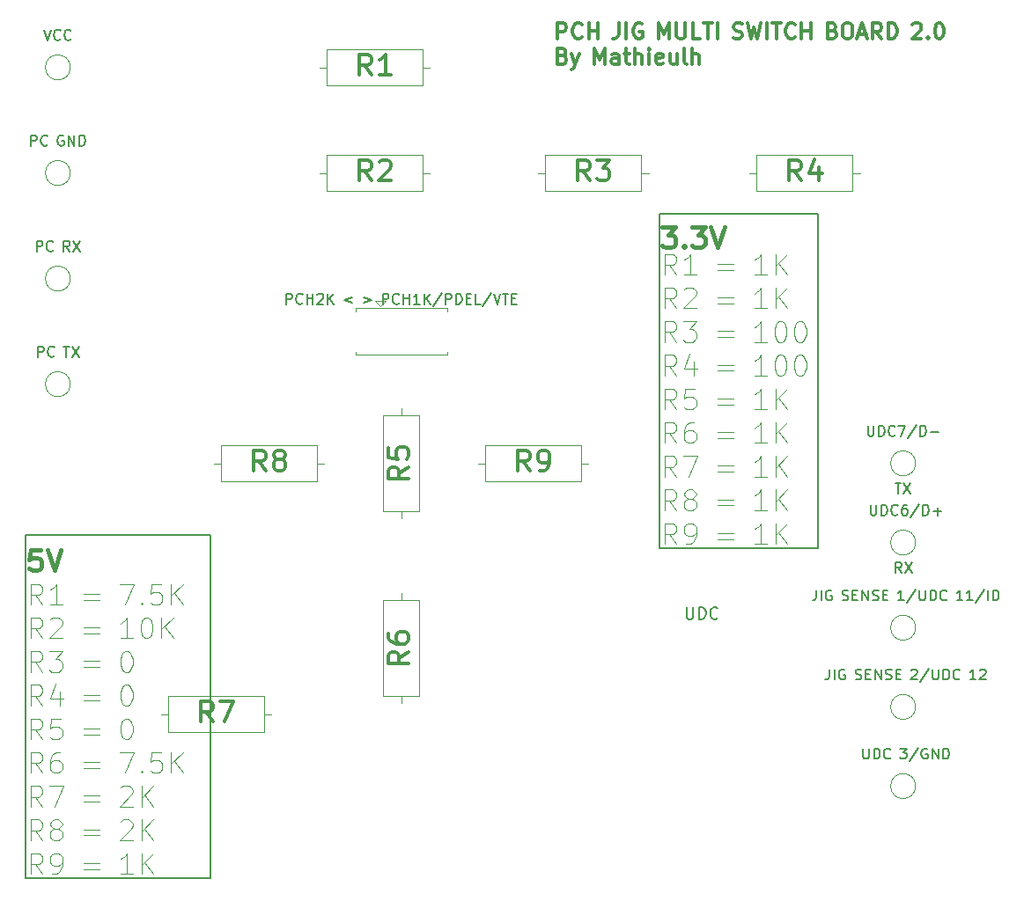
<source format=gbr>
%TF.GenerationSoftware,KiCad,Pcbnew,(7.0.0)*%
%TF.CreationDate,2023-08-25T09:59:11+02:00*%
%TF.ProjectId,JIG SWITCH,4a494720-5357-4495-9443-482e6b696361,rev?*%
%TF.SameCoordinates,Original*%
%TF.FileFunction,Legend,Top*%
%TF.FilePolarity,Positive*%
%FSLAX46Y46*%
G04 Gerber Fmt 4.6, Leading zero omitted, Abs format (unit mm)*
G04 Created by KiCad (PCBNEW (7.0.0)) date 2023-08-25 09:59:11*
%MOMM*%
%LPD*%
G01*
G04 APERTURE LIST*
%ADD10C,0.200000*%
%ADD11C,0.300000*%
%ADD12C,0.100000*%
%ADD13C,0.150000*%
%ADD14C,0.400000*%
%ADD15C,0.152000*%
%ADD16C,0.120000*%
G04 APERTURE END LIST*
D10*
X33020000Y-82550000D02*
X50800000Y-82550000D01*
X50800000Y-82550000D02*
X50800000Y-115570000D01*
X50800000Y-115570000D02*
X33020000Y-115570000D01*
X33020000Y-115570000D02*
X33020000Y-82550000D01*
X93980000Y-51580000D02*
X109220000Y-51580000D01*
X109220000Y-51580000D02*
X109220000Y-83820000D01*
X109220000Y-83820000D02*
X93980000Y-83820000D01*
X93980000Y-83820000D02*
X93980000Y-51580000D01*
D11*
X84177142Y-34763571D02*
X84177142Y-33263571D01*
X84177142Y-33263571D02*
X84748571Y-33263571D01*
X84748571Y-33263571D02*
X84891428Y-33335000D01*
X84891428Y-33335000D02*
X84962857Y-33406428D01*
X84962857Y-33406428D02*
X85034285Y-33549285D01*
X85034285Y-33549285D02*
X85034285Y-33763571D01*
X85034285Y-33763571D02*
X84962857Y-33906428D01*
X84962857Y-33906428D02*
X84891428Y-33977857D01*
X84891428Y-33977857D02*
X84748571Y-34049285D01*
X84748571Y-34049285D02*
X84177142Y-34049285D01*
X86534285Y-34620714D02*
X86462857Y-34692142D01*
X86462857Y-34692142D02*
X86248571Y-34763571D01*
X86248571Y-34763571D02*
X86105714Y-34763571D01*
X86105714Y-34763571D02*
X85891428Y-34692142D01*
X85891428Y-34692142D02*
X85748571Y-34549285D01*
X85748571Y-34549285D02*
X85677142Y-34406428D01*
X85677142Y-34406428D02*
X85605714Y-34120714D01*
X85605714Y-34120714D02*
X85605714Y-33906428D01*
X85605714Y-33906428D02*
X85677142Y-33620714D01*
X85677142Y-33620714D02*
X85748571Y-33477857D01*
X85748571Y-33477857D02*
X85891428Y-33335000D01*
X85891428Y-33335000D02*
X86105714Y-33263571D01*
X86105714Y-33263571D02*
X86248571Y-33263571D01*
X86248571Y-33263571D02*
X86462857Y-33335000D01*
X86462857Y-33335000D02*
X86534285Y-33406428D01*
X87177142Y-34763571D02*
X87177142Y-33263571D01*
X87177142Y-33977857D02*
X88034285Y-33977857D01*
X88034285Y-34763571D02*
X88034285Y-33263571D01*
X90077143Y-33263571D02*
X90077143Y-34335000D01*
X90077143Y-34335000D02*
X90005714Y-34549285D01*
X90005714Y-34549285D02*
X89862857Y-34692142D01*
X89862857Y-34692142D02*
X89648571Y-34763571D01*
X89648571Y-34763571D02*
X89505714Y-34763571D01*
X90791428Y-34763571D02*
X90791428Y-33263571D01*
X92291429Y-33335000D02*
X92148572Y-33263571D01*
X92148572Y-33263571D02*
X91934286Y-33263571D01*
X91934286Y-33263571D02*
X91720000Y-33335000D01*
X91720000Y-33335000D02*
X91577143Y-33477857D01*
X91577143Y-33477857D02*
X91505714Y-33620714D01*
X91505714Y-33620714D02*
X91434286Y-33906428D01*
X91434286Y-33906428D02*
X91434286Y-34120714D01*
X91434286Y-34120714D02*
X91505714Y-34406428D01*
X91505714Y-34406428D02*
X91577143Y-34549285D01*
X91577143Y-34549285D02*
X91720000Y-34692142D01*
X91720000Y-34692142D02*
X91934286Y-34763571D01*
X91934286Y-34763571D02*
X92077143Y-34763571D01*
X92077143Y-34763571D02*
X92291429Y-34692142D01*
X92291429Y-34692142D02*
X92362857Y-34620714D01*
X92362857Y-34620714D02*
X92362857Y-34120714D01*
X92362857Y-34120714D02*
X92077143Y-34120714D01*
X93905714Y-34763571D02*
X93905714Y-33263571D01*
X93905714Y-33263571D02*
X94405714Y-34335000D01*
X94405714Y-34335000D02*
X94905714Y-33263571D01*
X94905714Y-33263571D02*
X94905714Y-34763571D01*
X95620000Y-33263571D02*
X95620000Y-34477857D01*
X95620000Y-34477857D02*
X95691429Y-34620714D01*
X95691429Y-34620714D02*
X95762858Y-34692142D01*
X95762858Y-34692142D02*
X95905715Y-34763571D01*
X95905715Y-34763571D02*
X96191429Y-34763571D01*
X96191429Y-34763571D02*
X96334286Y-34692142D01*
X96334286Y-34692142D02*
X96405715Y-34620714D01*
X96405715Y-34620714D02*
X96477143Y-34477857D01*
X96477143Y-34477857D02*
X96477143Y-33263571D01*
X97905715Y-34763571D02*
X97191429Y-34763571D01*
X97191429Y-34763571D02*
X97191429Y-33263571D01*
X98191430Y-33263571D02*
X99048573Y-33263571D01*
X98620001Y-34763571D02*
X98620001Y-33263571D01*
X99548572Y-34763571D02*
X99548572Y-33263571D01*
X101091430Y-34692142D02*
X101305716Y-34763571D01*
X101305716Y-34763571D02*
X101662858Y-34763571D01*
X101662858Y-34763571D02*
X101805716Y-34692142D01*
X101805716Y-34692142D02*
X101877144Y-34620714D01*
X101877144Y-34620714D02*
X101948573Y-34477857D01*
X101948573Y-34477857D02*
X101948573Y-34335000D01*
X101948573Y-34335000D02*
X101877144Y-34192142D01*
X101877144Y-34192142D02*
X101805716Y-34120714D01*
X101805716Y-34120714D02*
X101662858Y-34049285D01*
X101662858Y-34049285D02*
X101377144Y-33977857D01*
X101377144Y-33977857D02*
X101234287Y-33906428D01*
X101234287Y-33906428D02*
X101162858Y-33835000D01*
X101162858Y-33835000D02*
X101091430Y-33692142D01*
X101091430Y-33692142D02*
X101091430Y-33549285D01*
X101091430Y-33549285D02*
X101162858Y-33406428D01*
X101162858Y-33406428D02*
X101234287Y-33335000D01*
X101234287Y-33335000D02*
X101377144Y-33263571D01*
X101377144Y-33263571D02*
X101734287Y-33263571D01*
X101734287Y-33263571D02*
X101948573Y-33335000D01*
X102448572Y-33263571D02*
X102805715Y-34763571D01*
X102805715Y-34763571D02*
X103091429Y-33692142D01*
X103091429Y-33692142D02*
X103377144Y-34763571D01*
X103377144Y-34763571D02*
X103734287Y-33263571D01*
X104305715Y-34763571D02*
X104305715Y-33263571D01*
X104805716Y-33263571D02*
X105662859Y-33263571D01*
X105234287Y-34763571D02*
X105234287Y-33263571D01*
X107020001Y-34620714D02*
X106948573Y-34692142D01*
X106948573Y-34692142D02*
X106734287Y-34763571D01*
X106734287Y-34763571D02*
X106591430Y-34763571D01*
X106591430Y-34763571D02*
X106377144Y-34692142D01*
X106377144Y-34692142D02*
X106234287Y-34549285D01*
X106234287Y-34549285D02*
X106162858Y-34406428D01*
X106162858Y-34406428D02*
X106091430Y-34120714D01*
X106091430Y-34120714D02*
X106091430Y-33906428D01*
X106091430Y-33906428D02*
X106162858Y-33620714D01*
X106162858Y-33620714D02*
X106234287Y-33477857D01*
X106234287Y-33477857D02*
X106377144Y-33335000D01*
X106377144Y-33335000D02*
X106591430Y-33263571D01*
X106591430Y-33263571D02*
X106734287Y-33263571D01*
X106734287Y-33263571D02*
X106948573Y-33335000D01*
X106948573Y-33335000D02*
X107020001Y-33406428D01*
X107662858Y-34763571D02*
X107662858Y-33263571D01*
X107662858Y-33977857D02*
X108520001Y-33977857D01*
X108520001Y-34763571D02*
X108520001Y-33263571D01*
X110634287Y-33977857D02*
X110848573Y-34049285D01*
X110848573Y-34049285D02*
X110920002Y-34120714D01*
X110920002Y-34120714D02*
X110991430Y-34263571D01*
X110991430Y-34263571D02*
X110991430Y-34477857D01*
X110991430Y-34477857D02*
X110920002Y-34620714D01*
X110920002Y-34620714D02*
X110848573Y-34692142D01*
X110848573Y-34692142D02*
X110705716Y-34763571D01*
X110705716Y-34763571D02*
X110134287Y-34763571D01*
X110134287Y-34763571D02*
X110134287Y-33263571D01*
X110134287Y-33263571D02*
X110634287Y-33263571D01*
X110634287Y-33263571D02*
X110777145Y-33335000D01*
X110777145Y-33335000D02*
X110848573Y-33406428D01*
X110848573Y-33406428D02*
X110920002Y-33549285D01*
X110920002Y-33549285D02*
X110920002Y-33692142D01*
X110920002Y-33692142D02*
X110848573Y-33835000D01*
X110848573Y-33835000D02*
X110777145Y-33906428D01*
X110777145Y-33906428D02*
X110634287Y-33977857D01*
X110634287Y-33977857D02*
X110134287Y-33977857D01*
X111920002Y-33263571D02*
X112205716Y-33263571D01*
X112205716Y-33263571D02*
X112348573Y-33335000D01*
X112348573Y-33335000D02*
X112491430Y-33477857D01*
X112491430Y-33477857D02*
X112562859Y-33763571D01*
X112562859Y-33763571D02*
X112562859Y-34263571D01*
X112562859Y-34263571D02*
X112491430Y-34549285D01*
X112491430Y-34549285D02*
X112348573Y-34692142D01*
X112348573Y-34692142D02*
X112205716Y-34763571D01*
X112205716Y-34763571D02*
X111920002Y-34763571D01*
X111920002Y-34763571D02*
X111777145Y-34692142D01*
X111777145Y-34692142D02*
X111634287Y-34549285D01*
X111634287Y-34549285D02*
X111562859Y-34263571D01*
X111562859Y-34263571D02*
X111562859Y-33763571D01*
X111562859Y-33763571D02*
X111634287Y-33477857D01*
X111634287Y-33477857D02*
X111777145Y-33335000D01*
X111777145Y-33335000D02*
X111920002Y-33263571D01*
X113134288Y-34335000D02*
X113848574Y-34335000D01*
X112991431Y-34763571D02*
X113491431Y-33263571D01*
X113491431Y-33263571D02*
X113991431Y-34763571D01*
X115348573Y-34763571D02*
X114848573Y-34049285D01*
X114491430Y-34763571D02*
X114491430Y-33263571D01*
X114491430Y-33263571D02*
X115062859Y-33263571D01*
X115062859Y-33263571D02*
X115205716Y-33335000D01*
X115205716Y-33335000D02*
X115277145Y-33406428D01*
X115277145Y-33406428D02*
X115348573Y-33549285D01*
X115348573Y-33549285D02*
X115348573Y-33763571D01*
X115348573Y-33763571D02*
X115277145Y-33906428D01*
X115277145Y-33906428D02*
X115205716Y-33977857D01*
X115205716Y-33977857D02*
X115062859Y-34049285D01*
X115062859Y-34049285D02*
X114491430Y-34049285D01*
X115991430Y-34763571D02*
X115991430Y-33263571D01*
X115991430Y-33263571D02*
X116348573Y-33263571D01*
X116348573Y-33263571D02*
X116562859Y-33335000D01*
X116562859Y-33335000D02*
X116705716Y-33477857D01*
X116705716Y-33477857D02*
X116777145Y-33620714D01*
X116777145Y-33620714D02*
X116848573Y-33906428D01*
X116848573Y-33906428D02*
X116848573Y-34120714D01*
X116848573Y-34120714D02*
X116777145Y-34406428D01*
X116777145Y-34406428D02*
X116705716Y-34549285D01*
X116705716Y-34549285D02*
X116562859Y-34692142D01*
X116562859Y-34692142D02*
X116348573Y-34763571D01*
X116348573Y-34763571D02*
X115991430Y-34763571D01*
X118320002Y-33406428D02*
X118391430Y-33335000D01*
X118391430Y-33335000D02*
X118534288Y-33263571D01*
X118534288Y-33263571D02*
X118891430Y-33263571D01*
X118891430Y-33263571D02*
X119034288Y-33335000D01*
X119034288Y-33335000D02*
X119105716Y-33406428D01*
X119105716Y-33406428D02*
X119177145Y-33549285D01*
X119177145Y-33549285D02*
X119177145Y-33692142D01*
X119177145Y-33692142D02*
X119105716Y-33906428D01*
X119105716Y-33906428D02*
X118248573Y-34763571D01*
X118248573Y-34763571D02*
X119177145Y-34763571D01*
X119820001Y-34620714D02*
X119891430Y-34692142D01*
X119891430Y-34692142D02*
X119820001Y-34763571D01*
X119820001Y-34763571D02*
X119748573Y-34692142D01*
X119748573Y-34692142D02*
X119820001Y-34620714D01*
X119820001Y-34620714D02*
X119820001Y-34763571D01*
X120820002Y-33263571D02*
X120962859Y-33263571D01*
X120962859Y-33263571D02*
X121105716Y-33335000D01*
X121105716Y-33335000D02*
X121177145Y-33406428D01*
X121177145Y-33406428D02*
X121248573Y-33549285D01*
X121248573Y-33549285D02*
X121320002Y-33835000D01*
X121320002Y-33835000D02*
X121320002Y-34192142D01*
X121320002Y-34192142D02*
X121248573Y-34477857D01*
X121248573Y-34477857D02*
X121177145Y-34620714D01*
X121177145Y-34620714D02*
X121105716Y-34692142D01*
X121105716Y-34692142D02*
X120962859Y-34763571D01*
X120962859Y-34763571D02*
X120820002Y-34763571D01*
X120820002Y-34763571D02*
X120677145Y-34692142D01*
X120677145Y-34692142D02*
X120605716Y-34620714D01*
X120605716Y-34620714D02*
X120534287Y-34477857D01*
X120534287Y-34477857D02*
X120462859Y-34192142D01*
X120462859Y-34192142D02*
X120462859Y-33835000D01*
X120462859Y-33835000D02*
X120534287Y-33549285D01*
X120534287Y-33549285D02*
X120605716Y-33406428D01*
X120605716Y-33406428D02*
X120677145Y-33335000D01*
X120677145Y-33335000D02*
X120820002Y-33263571D01*
X84677142Y-36407857D02*
X84891428Y-36479285D01*
X84891428Y-36479285D02*
X84962857Y-36550714D01*
X84962857Y-36550714D02*
X85034285Y-36693571D01*
X85034285Y-36693571D02*
X85034285Y-36907857D01*
X85034285Y-36907857D02*
X84962857Y-37050714D01*
X84962857Y-37050714D02*
X84891428Y-37122142D01*
X84891428Y-37122142D02*
X84748571Y-37193571D01*
X84748571Y-37193571D02*
X84177142Y-37193571D01*
X84177142Y-37193571D02*
X84177142Y-35693571D01*
X84177142Y-35693571D02*
X84677142Y-35693571D01*
X84677142Y-35693571D02*
X84820000Y-35765000D01*
X84820000Y-35765000D02*
X84891428Y-35836428D01*
X84891428Y-35836428D02*
X84962857Y-35979285D01*
X84962857Y-35979285D02*
X84962857Y-36122142D01*
X84962857Y-36122142D02*
X84891428Y-36265000D01*
X84891428Y-36265000D02*
X84820000Y-36336428D01*
X84820000Y-36336428D02*
X84677142Y-36407857D01*
X84677142Y-36407857D02*
X84177142Y-36407857D01*
X85534285Y-36193571D02*
X85891428Y-37193571D01*
X86248571Y-36193571D02*
X85891428Y-37193571D01*
X85891428Y-37193571D02*
X85748571Y-37550714D01*
X85748571Y-37550714D02*
X85677142Y-37622142D01*
X85677142Y-37622142D02*
X85534285Y-37693571D01*
X87719999Y-37193571D02*
X87719999Y-35693571D01*
X87719999Y-35693571D02*
X88219999Y-36765000D01*
X88219999Y-36765000D02*
X88719999Y-35693571D01*
X88719999Y-35693571D02*
X88719999Y-37193571D01*
X90077143Y-37193571D02*
X90077143Y-36407857D01*
X90077143Y-36407857D02*
X90005714Y-36265000D01*
X90005714Y-36265000D02*
X89862857Y-36193571D01*
X89862857Y-36193571D02*
X89577143Y-36193571D01*
X89577143Y-36193571D02*
X89434285Y-36265000D01*
X90077143Y-37122142D02*
X89934285Y-37193571D01*
X89934285Y-37193571D02*
X89577143Y-37193571D01*
X89577143Y-37193571D02*
X89434285Y-37122142D01*
X89434285Y-37122142D02*
X89362857Y-36979285D01*
X89362857Y-36979285D02*
X89362857Y-36836428D01*
X89362857Y-36836428D02*
X89434285Y-36693571D01*
X89434285Y-36693571D02*
X89577143Y-36622142D01*
X89577143Y-36622142D02*
X89934285Y-36622142D01*
X89934285Y-36622142D02*
X90077143Y-36550714D01*
X90577143Y-36193571D02*
X91148571Y-36193571D01*
X90791428Y-35693571D02*
X90791428Y-36979285D01*
X90791428Y-36979285D02*
X90862857Y-37122142D01*
X90862857Y-37122142D02*
X91005714Y-37193571D01*
X91005714Y-37193571D02*
X91148571Y-37193571D01*
X91648571Y-37193571D02*
X91648571Y-35693571D01*
X92291429Y-37193571D02*
X92291429Y-36407857D01*
X92291429Y-36407857D02*
X92220000Y-36265000D01*
X92220000Y-36265000D02*
X92077143Y-36193571D01*
X92077143Y-36193571D02*
X91862857Y-36193571D01*
X91862857Y-36193571D02*
X91720000Y-36265000D01*
X91720000Y-36265000D02*
X91648571Y-36336428D01*
X93005714Y-37193571D02*
X93005714Y-36193571D01*
X93005714Y-35693571D02*
X92934286Y-35765000D01*
X92934286Y-35765000D02*
X93005714Y-35836428D01*
X93005714Y-35836428D02*
X93077143Y-35765000D01*
X93077143Y-35765000D02*
X93005714Y-35693571D01*
X93005714Y-35693571D02*
X93005714Y-35836428D01*
X94291429Y-37122142D02*
X94148572Y-37193571D01*
X94148572Y-37193571D02*
X93862858Y-37193571D01*
X93862858Y-37193571D02*
X93720000Y-37122142D01*
X93720000Y-37122142D02*
X93648572Y-36979285D01*
X93648572Y-36979285D02*
X93648572Y-36407857D01*
X93648572Y-36407857D02*
X93720000Y-36265000D01*
X93720000Y-36265000D02*
X93862858Y-36193571D01*
X93862858Y-36193571D02*
X94148572Y-36193571D01*
X94148572Y-36193571D02*
X94291429Y-36265000D01*
X94291429Y-36265000D02*
X94362858Y-36407857D01*
X94362858Y-36407857D02*
X94362858Y-36550714D01*
X94362858Y-36550714D02*
X93648572Y-36693571D01*
X95648572Y-36193571D02*
X95648572Y-37193571D01*
X95005714Y-36193571D02*
X95005714Y-36979285D01*
X95005714Y-36979285D02*
X95077143Y-37122142D01*
X95077143Y-37122142D02*
X95220000Y-37193571D01*
X95220000Y-37193571D02*
X95434286Y-37193571D01*
X95434286Y-37193571D02*
X95577143Y-37122142D01*
X95577143Y-37122142D02*
X95648572Y-37050714D01*
X96577143Y-37193571D02*
X96434286Y-37122142D01*
X96434286Y-37122142D02*
X96362857Y-36979285D01*
X96362857Y-36979285D02*
X96362857Y-35693571D01*
X97148571Y-37193571D02*
X97148571Y-35693571D01*
X97791429Y-37193571D02*
X97791429Y-36407857D01*
X97791429Y-36407857D02*
X97720000Y-36265000D01*
X97720000Y-36265000D02*
X97577143Y-36193571D01*
X97577143Y-36193571D02*
X97362857Y-36193571D01*
X97362857Y-36193571D02*
X97220000Y-36265000D01*
X97220000Y-36265000D02*
X97148571Y-36336428D01*
D12*
X34639047Y-89214761D02*
X33972380Y-88262380D01*
X33496190Y-89214761D02*
X33496190Y-87214761D01*
X33496190Y-87214761D02*
X34258095Y-87214761D01*
X34258095Y-87214761D02*
X34448571Y-87310000D01*
X34448571Y-87310000D02*
X34543809Y-87405238D01*
X34543809Y-87405238D02*
X34639047Y-87595714D01*
X34639047Y-87595714D02*
X34639047Y-87881428D01*
X34639047Y-87881428D02*
X34543809Y-88071904D01*
X34543809Y-88071904D02*
X34448571Y-88167142D01*
X34448571Y-88167142D02*
X34258095Y-88262380D01*
X34258095Y-88262380D02*
X33496190Y-88262380D01*
X36543809Y-89214761D02*
X35400952Y-89214761D01*
X35972380Y-89214761D02*
X35972380Y-87214761D01*
X35972380Y-87214761D02*
X35781904Y-87500476D01*
X35781904Y-87500476D02*
X35591428Y-87690952D01*
X35591428Y-87690952D02*
X35400952Y-87786190D01*
X38600952Y-88167142D02*
X40124762Y-88167142D01*
X40124762Y-88738571D02*
X38600952Y-88738571D01*
X42086666Y-87214761D02*
X43419999Y-87214761D01*
X43419999Y-87214761D02*
X42562856Y-89214761D01*
X44181904Y-89024285D02*
X44277142Y-89119523D01*
X44277142Y-89119523D02*
X44181904Y-89214761D01*
X44181904Y-89214761D02*
X44086666Y-89119523D01*
X44086666Y-89119523D02*
X44181904Y-89024285D01*
X44181904Y-89024285D02*
X44181904Y-89214761D01*
X46086666Y-87214761D02*
X45134285Y-87214761D01*
X45134285Y-87214761D02*
X45039047Y-88167142D01*
X45039047Y-88167142D02*
X45134285Y-88071904D01*
X45134285Y-88071904D02*
X45324761Y-87976666D01*
X45324761Y-87976666D02*
X45800952Y-87976666D01*
X45800952Y-87976666D02*
X45991428Y-88071904D01*
X45991428Y-88071904D02*
X46086666Y-88167142D01*
X46086666Y-88167142D02*
X46181904Y-88357619D01*
X46181904Y-88357619D02*
X46181904Y-88833809D01*
X46181904Y-88833809D02*
X46086666Y-89024285D01*
X46086666Y-89024285D02*
X45991428Y-89119523D01*
X45991428Y-89119523D02*
X45800952Y-89214761D01*
X45800952Y-89214761D02*
X45324761Y-89214761D01*
X45324761Y-89214761D02*
X45134285Y-89119523D01*
X45134285Y-89119523D02*
X45039047Y-89024285D01*
X47039047Y-89214761D02*
X47039047Y-87214761D01*
X48181904Y-89214761D02*
X47324761Y-88071904D01*
X48181904Y-87214761D02*
X47039047Y-88357619D01*
X34639047Y-92454761D02*
X33972380Y-91502380D01*
X33496190Y-92454761D02*
X33496190Y-90454761D01*
X33496190Y-90454761D02*
X34258095Y-90454761D01*
X34258095Y-90454761D02*
X34448571Y-90550000D01*
X34448571Y-90550000D02*
X34543809Y-90645238D01*
X34543809Y-90645238D02*
X34639047Y-90835714D01*
X34639047Y-90835714D02*
X34639047Y-91121428D01*
X34639047Y-91121428D02*
X34543809Y-91311904D01*
X34543809Y-91311904D02*
X34448571Y-91407142D01*
X34448571Y-91407142D02*
X34258095Y-91502380D01*
X34258095Y-91502380D02*
X33496190Y-91502380D01*
X35400952Y-90645238D02*
X35496190Y-90550000D01*
X35496190Y-90550000D02*
X35686666Y-90454761D01*
X35686666Y-90454761D02*
X36162857Y-90454761D01*
X36162857Y-90454761D02*
X36353333Y-90550000D01*
X36353333Y-90550000D02*
X36448571Y-90645238D01*
X36448571Y-90645238D02*
X36543809Y-90835714D01*
X36543809Y-90835714D02*
X36543809Y-91026190D01*
X36543809Y-91026190D02*
X36448571Y-91311904D01*
X36448571Y-91311904D02*
X35305714Y-92454761D01*
X35305714Y-92454761D02*
X36543809Y-92454761D01*
X38600952Y-91407142D02*
X40124762Y-91407142D01*
X40124762Y-91978571D02*
X38600952Y-91978571D01*
X43324761Y-92454761D02*
X42181904Y-92454761D01*
X42753332Y-92454761D02*
X42753332Y-90454761D01*
X42753332Y-90454761D02*
X42562856Y-90740476D01*
X42562856Y-90740476D02*
X42372380Y-90930952D01*
X42372380Y-90930952D02*
X42181904Y-91026190D01*
X44562856Y-90454761D02*
X44753333Y-90454761D01*
X44753333Y-90454761D02*
X44943809Y-90550000D01*
X44943809Y-90550000D02*
X45039047Y-90645238D01*
X45039047Y-90645238D02*
X45134285Y-90835714D01*
X45134285Y-90835714D02*
X45229523Y-91216666D01*
X45229523Y-91216666D02*
X45229523Y-91692857D01*
X45229523Y-91692857D02*
X45134285Y-92073809D01*
X45134285Y-92073809D02*
X45039047Y-92264285D01*
X45039047Y-92264285D02*
X44943809Y-92359523D01*
X44943809Y-92359523D02*
X44753333Y-92454761D01*
X44753333Y-92454761D02*
X44562856Y-92454761D01*
X44562856Y-92454761D02*
X44372380Y-92359523D01*
X44372380Y-92359523D02*
X44277142Y-92264285D01*
X44277142Y-92264285D02*
X44181904Y-92073809D01*
X44181904Y-92073809D02*
X44086666Y-91692857D01*
X44086666Y-91692857D02*
X44086666Y-91216666D01*
X44086666Y-91216666D02*
X44181904Y-90835714D01*
X44181904Y-90835714D02*
X44277142Y-90645238D01*
X44277142Y-90645238D02*
X44372380Y-90550000D01*
X44372380Y-90550000D02*
X44562856Y-90454761D01*
X46086666Y-92454761D02*
X46086666Y-90454761D01*
X47229523Y-92454761D02*
X46372380Y-91311904D01*
X47229523Y-90454761D02*
X46086666Y-91597619D01*
X34639047Y-95694761D02*
X33972380Y-94742380D01*
X33496190Y-95694761D02*
X33496190Y-93694761D01*
X33496190Y-93694761D02*
X34258095Y-93694761D01*
X34258095Y-93694761D02*
X34448571Y-93790000D01*
X34448571Y-93790000D02*
X34543809Y-93885238D01*
X34543809Y-93885238D02*
X34639047Y-94075714D01*
X34639047Y-94075714D02*
X34639047Y-94361428D01*
X34639047Y-94361428D02*
X34543809Y-94551904D01*
X34543809Y-94551904D02*
X34448571Y-94647142D01*
X34448571Y-94647142D02*
X34258095Y-94742380D01*
X34258095Y-94742380D02*
X33496190Y-94742380D01*
X35305714Y-93694761D02*
X36543809Y-93694761D01*
X36543809Y-93694761D02*
X35877142Y-94456666D01*
X35877142Y-94456666D02*
X36162857Y-94456666D01*
X36162857Y-94456666D02*
X36353333Y-94551904D01*
X36353333Y-94551904D02*
X36448571Y-94647142D01*
X36448571Y-94647142D02*
X36543809Y-94837619D01*
X36543809Y-94837619D02*
X36543809Y-95313809D01*
X36543809Y-95313809D02*
X36448571Y-95504285D01*
X36448571Y-95504285D02*
X36353333Y-95599523D01*
X36353333Y-95599523D02*
X36162857Y-95694761D01*
X36162857Y-95694761D02*
X35591428Y-95694761D01*
X35591428Y-95694761D02*
X35400952Y-95599523D01*
X35400952Y-95599523D02*
X35305714Y-95504285D01*
X38600952Y-94647142D02*
X40124762Y-94647142D01*
X40124762Y-95218571D02*
X38600952Y-95218571D01*
X42658094Y-93694761D02*
X42848571Y-93694761D01*
X42848571Y-93694761D02*
X43039047Y-93790000D01*
X43039047Y-93790000D02*
X43134285Y-93885238D01*
X43134285Y-93885238D02*
X43229523Y-94075714D01*
X43229523Y-94075714D02*
X43324761Y-94456666D01*
X43324761Y-94456666D02*
X43324761Y-94932857D01*
X43324761Y-94932857D02*
X43229523Y-95313809D01*
X43229523Y-95313809D02*
X43134285Y-95504285D01*
X43134285Y-95504285D02*
X43039047Y-95599523D01*
X43039047Y-95599523D02*
X42848571Y-95694761D01*
X42848571Y-95694761D02*
X42658094Y-95694761D01*
X42658094Y-95694761D02*
X42467618Y-95599523D01*
X42467618Y-95599523D02*
X42372380Y-95504285D01*
X42372380Y-95504285D02*
X42277142Y-95313809D01*
X42277142Y-95313809D02*
X42181904Y-94932857D01*
X42181904Y-94932857D02*
X42181904Y-94456666D01*
X42181904Y-94456666D02*
X42277142Y-94075714D01*
X42277142Y-94075714D02*
X42372380Y-93885238D01*
X42372380Y-93885238D02*
X42467618Y-93790000D01*
X42467618Y-93790000D02*
X42658094Y-93694761D01*
X34639047Y-98934761D02*
X33972380Y-97982380D01*
X33496190Y-98934761D02*
X33496190Y-96934761D01*
X33496190Y-96934761D02*
X34258095Y-96934761D01*
X34258095Y-96934761D02*
X34448571Y-97030000D01*
X34448571Y-97030000D02*
X34543809Y-97125238D01*
X34543809Y-97125238D02*
X34639047Y-97315714D01*
X34639047Y-97315714D02*
X34639047Y-97601428D01*
X34639047Y-97601428D02*
X34543809Y-97791904D01*
X34543809Y-97791904D02*
X34448571Y-97887142D01*
X34448571Y-97887142D02*
X34258095Y-97982380D01*
X34258095Y-97982380D02*
X33496190Y-97982380D01*
X36353333Y-97601428D02*
X36353333Y-98934761D01*
X35877142Y-96839523D02*
X35400952Y-98268095D01*
X35400952Y-98268095D02*
X36639047Y-98268095D01*
X38600952Y-97887142D02*
X40124762Y-97887142D01*
X40124762Y-98458571D02*
X38600952Y-98458571D01*
X42658094Y-96934761D02*
X42848571Y-96934761D01*
X42848571Y-96934761D02*
X43039047Y-97030000D01*
X43039047Y-97030000D02*
X43134285Y-97125238D01*
X43134285Y-97125238D02*
X43229523Y-97315714D01*
X43229523Y-97315714D02*
X43324761Y-97696666D01*
X43324761Y-97696666D02*
X43324761Y-98172857D01*
X43324761Y-98172857D02*
X43229523Y-98553809D01*
X43229523Y-98553809D02*
X43134285Y-98744285D01*
X43134285Y-98744285D02*
X43039047Y-98839523D01*
X43039047Y-98839523D02*
X42848571Y-98934761D01*
X42848571Y-98934761D02*
X42658094Y-98934761D01*
X42658094Y-98934761D02*
X42467618Y-98839523D01*
X42467618Y-98839523D02*
X42372380Y-98744285D01*
X42372380Y-98744285D02*
X42277142Y-98553809D01*
X42277142Y-98553809D02*
X42181904Y-98172857D01*
X42181904Y-98172857D02*
X42181904Y-97696666D01*
X42181904Y-97696666D02*
X42277142Y-97315714D01*
X42277142Y-97315714D02*
X42372380Y-97125238D01*
X42372380Y-97125238D02*
X42467618Y-97030000D01*
X42467618Y-97030000D02*
X42658094Y-96934761D01*
X34639047Y-102174761D02*
X33972380Y-101222380D01*
X33496190Y-102174761D02*
X33496190Y-100174761D01*
X33496190Y-100174761D02*
X34258095Y-100174761D01*
X34258095Y-100174761D02*
X34448571Y-100270000D01*
X34448571Y-100270000D02*
X34543809Y-100365238D01*
X34543809Y-100365238D02*
X34639047Y-100555714D01*
X34639047Y-100555714D02*
X34639047Y-100841428D01*
X34639047Y-100841428D02*
X34543809Y-101031904D01*
X34543809Y-101031904D02*
X34448571Y-101127142D01*
X34448571Y-101127142D02*
X34258095Y-101222380D01*
X34258095Y-101222380D02*
X33496190Y-101222380D01*
X36448571Y-100174761D02*
X35496190Y-100174761D01*
X35496190Y-100174761D02*
X35400952Y-101127142D01*
X35400952Y-101127142D02*
X35496190Y-101031904D01*
X35496190Y-101031904D02*
X35686666Y-100936666D01*
X35686666Y-100936666D02*
X36162857Y-100936666D01*
X36162857Y-100936666D02*
X36353333Y-101031904D01*
X36353333Y-101031904D02*
X36448571Y-101127142D01*
X36448571Y-101127142D02*
X36543809Y-101317619D01*
X36543809Y-101317619D02*
X36543809Y-101793809D01*
X36543809Y-101793809D02*
X36448571Y-101984285D01*
X36448571Y-101984285D02*
X36353333Y-102079523D01*
X36353333Y-102079523D02*
X36162857Y-102174761D01*
X36162857Y-102174761D02*
X35686666Y-102174761D01*
X35686666Y-102174761D02*
X35496190Y-102079523D01*
X35496190Y-102079523D02*
X35400952Y-101984285D01*
X38600952Y-101127142D02*
X40124762Y-101127142D01*
X40124762Y-101698571D02*
X38600952Y-101698571D01*
X42658094Y-100174761D02*
X42848571Y-100174761D01*
X42848571Y-100174761D02*
X43039047Y-100270000D01*
X43039047Y-100270000D02*
X43134285Y-100365238D01*
X43134285Y-100365238D02*
X43229523Y-100555714D01*
X43229523Y-100555714D02*
X43324761Y-100936666D01*
X43324761Y-100936666D02*
X43324761Y-101412857D01*
X43324761Y-101412857D02*
X43229523Y-101793809D01*
X43229523Y-101793809D02*
X43134285Y-101984285D01*
X43134285Y-101984285D02*
X43039047Y-102079523D01*
X43039047Y-102079523D02*
X42848571Y-102174761D01*
X42848571Y-102174761D02*
X42658094Y-102174761D01*
X42658094Y-102174761D02*
X42467618Y-102079523D01*
X42467618Y-102079523D02*
X42372380Y-101984285D01*
X42372380Y-101984285D02*
X42277142Y-101793809D01*
X42277142Y-101793809D02*
X42181904Y-101412857D01*
X42181904Y-101412857D02*
X42181904Y-100936666D01*
X42181904Y-100936666D02*
X42277142Y-100555714D01*
X42277142Y-100555714D02*
X42372380Y-100365238D01*
X42372380Y-100365238D02*
X42467618Y-100270000D01*
X42467618Y-100270000D02*
X42658094Y-100174761D01*
X34639047Y-105414761D02*
X33972380Y-104462380D01*
X33496190Y-105414761D02*
X33496190Y-103414761D01*
X33496190Y-103414761D02*
X34258095Y-103414761D01*
X34258095Y-103414761D02*
X34448571Y-103510000D01*
X34448571Y-103510000D02*
X34543809Y-103605238D01*
X34543809Y-103605238D02*
X34639047Y-103795714D01*
X34639047Y-103795714D02*
X34639047Y-104081428D01*
X34639047Y-104081428D02*
X34543809Y-104271904D01*
X34543809Y-104271904D02*
X34448571Y-104367142D01*
X34448571Y-104367142D02*
X34258095Y-104462380D01*
X34258095Y-104462380D02*
X33496190Y-104462380D01*
X36353333Y-103414761D02*
X35972380Y-103414761D01*
X35972380Y-103414761D02*
X35781904Y-103510000D01*
X35781904Y-103510000D02*
X35686666Y-103605238D01*
X35686666Y-103605238D02*
X35496190Y-103890952D01*
X35496190Y-103890952D02*
X35400952Y-104271904D01*
X35400952Y-104271904D02*
X35400952Y-105033809D01*
X35400952Y-105033809D02*
X35496190Y-105224285D01*
X35496190Y-105224285D02*
X35591428Y-105319523D01*
X35591428Y-105319523D02*
X35781904Y-105414761D01*
X35781904Y-105414761D02*
X36162857Y-105414761D01*
X36162857Y-105414761D02*
X36353333Y-105319523D01*
X36353333Y-105319523D02*
X36448571Y-105224285D01*
X36448571Y-105224285D02*
X36543809Y-105033809D01*
X36543809Y-105033809D02*
X36543809Y-104557619D01*
X36543809Y-104557619D02*
X36448571Y-104367142D01*
X36448571Y-104367142D02*
X36353333Y-104271904D01*
X36353333Y-104271904D02*
X36162857Y-104176666D01*
X36162857Y-104176666D02*
X35781904Y-104176666D01*
X35781904Y-104176666D02*
X35591428Y-104271904D01*
X35591428Y-104271904D02*
X35496190Y-104367142D01*
X35496190Y-104367142D02*
X35400952Y-104557619D01*
X38600952Y-104367142D02*
X40124762Y-104367142D01*
X40124762Y-104938571D02*
X38600952Y-104938571D01*
X42086666Y-103414761D02*
X43419999Y-103414761D01*
X43419999Y-103414761D02*
X42562856Y-105414761D01*
X44181904Y-105224285D02*
X44277142Y-105319523D01*
X44277142Y-105319523D02*
X44181904Y-105414761D01*
X44181904Y-105414761D02*
X44086666Y-105319523D01*
X44086666Y-105319523D02*
X44181904Y-105224285D01*
X44181904Y-105224285D02*
X44181904Y-105414761D01*
X46086666Y-103414761D02*
X45134285Y-103414761D01*
X45134285Y-103414761D02*
X45039047Y-104367142D01*
X45039047Y-104367142D02*
X45134285Y-104271904D01*
X45134285Y-104271904D02*
X45324761Y-104176666D01*
X45324761Y-104176666D02*
X45800952Y-104176666D01*
X45800952Y-104176666D02*
X45991428Y-104271904D01*
X45991428Y-104271904D02*
X46086666Y-104367142D01*
X46086666Y-104367142D02*
X46181904Y-104557619D01*
X46181904Y-104557619D02*
X46181904Y-105033809D01*
X46181904Y-105033809D02*
X46086666Y-105224285D01*
X46086666Y-105224285D02*
X45991428Y-105319523D01*
X45991428Y-105319523D02*
X45800952Y-105414761D01*
X45800952Y-105414761D02*
X45324761Y-105414761D01*
X45324761Y-105414761D02*
X45134285Y-105319523D01*
X45134285Y-105319523D02*
X45039047Y-105224285D01*
X47039047Y-105414761D02*
X47039047Y-103414761D01*
X48181904Y-105414761D02*
X47324761Y-104271904D01*
X48181904Y-103414761D02*
X47039047Y-104557619D01*
X34639047Y-108654761D02*
X33972380Y-107702380D01*
X33496190Y-108654761D02*
X33496190Y-106654761D01*
X33496190Y-106654761D02*
X34258095Y-106654761D01*
X34258095Y-106654761D02*
X34448571Y-106750000D01*
X34448571Y-106750000D02*
X34543809Y-106845238D01*
X34543809Y-106845238D02*
X34639047Y-107035714D01*
X34639047Y-107035714D02*
X34639047Y-107321428D01*
X34639047Y-107321428D02*
X34543809Y-107511904D01*
X34543809Y-107511904D02*
X34448571Y-107607142D01*
X34448571Y-107607142D02*
X34258095Y-107702380D01*
X34258095Y-107702380D02*
X33496190Y-107702380D01*
X35305714Y-106654761D02*
X36639047Y-106654761D01*
X36639047Y-106654761D02*
X35781904Y-108654761D01*
X38600952Y-107607142D02*
X40124762Y-107607142D01*
X40124762Y-108178571D02*
X38600952Y-108178571D01*
X42181904Y-106845238D02*
X42277142Y-106750000D01*
X42277142Y-106750000D02*
X42467618Y-106654761D01*
X42467618Y-106654761D02*
X42943809Y-106654761D01*
X42943809Y-106654761D02*
X43134285Y-106750000D01*
X43134285Y-106750000D02*
X43229523Y-106845238D01*
X43229523Y-106845238D02*
X43324761Y-107035714D01*
X43324761Y-107035714D02*
X43324761Y-107226190D01*
X43324761Y-107226190D02*
X43229523Y-107511904D01*
X43229523Y-107511904D02*
X42086666Y-108654761D01*
X42086666Y-108654761D02*
X43324761Y-108654761D01*
X44181904Y-108654761D02*
X44181904Y-106654761D01*
X45324761Y-108654761D02*
X44467618Y-107511904D01*
X45324761Y-106654761D02*
X44181904Y-107797619D01*
X34639047Y-111894761D02*
X33972380Y-110942380D01*
X33496190Y-111894761D02*
X33496190Y-109894761D01*
X33496190Y-109894761D02*
X34258095Y-109894761D01*
X34258095Y-109894761D02*
X34448571Y-109990000D01*
X34448571Y-109990000D02*
X34543809Y-110085238D01*
X34543809Y-110085238D02*
X34639047Y-110275714D01*
X34639047Y-110275714D02*
X34639047Y-110561428D01*
X34639047Y-110561428D02*
X34543809Y-110751904D01*
X34543809Y-110751904D02*
X34448571Y-110847142D01*
X34448571Y-110847142D02*
X34258095Y-110942380D01*
X34258095Y-110942380D02*
X33496190Y-110942380D01*
X35781904Y-110751904D02*
X35591428Y-110656666D01*
X35591428Y-110656666D02*
X35496190Y-110561428D01*
X35496190Y-110561428D02*
X35400952Y-110370952D01*
X35400952Y-110370952D02*
X35400952Y-110275714D01*
X35400952Y-110275714D02*
X35496190Y-110085238D01*
X35496190Y-110085238D02*
X35591428Y-109990000D01*
X35591428Y-109990000D02*
X35781904Y-109894761D01*
X35781904Y-109894761D02*
X36162857Y-109894761D01*
X36162857Y-109894761D02*
X36353333Y-109990000D01*
X36353333Y-109990000D02*
X36448571Y-110085238D01*
X36448571Y-110085238D02*
X36543809Y-110275714D01*
X36543809Y-110275714D02*
X36543809Y-110370952D01*
X36543809Y-110370952D02*
X36448571Y-110561428D01*
X36448571Y-110561428D02*
X36353333Y-110656666D01*
X36353333Y-110656666D02*
X36162857Y-110751904D01*
X36162857Y-110751904D02*
X35781904Y-110751904D01*
X35781904Y-110751904D02*
X35591428Y-110847142D01*
X35591428Y-110847142D02*
X35496190Y-110942380D01*
X35496190Y-110942380D02*
X35400952Y-111132857D01*
X35400952Y-111132857D02*
X35400952Y-111513809D01*
X35400952Y-111513809D02*
X35496190Y-111704285D01*
X35496190Y-111704285D02*
X35591428Y-111799523D01*
X35591428Y-111799523D02*
X35781904Y-111894761D01*
X35781904Y-111894761D02*
X36162857Y-111894761D01*
X36162857Y-111894761D02*
X36353333Y-111799523D01*
X36353333Y-111799523D02*
X36448571Y-111704285D01*
X36448571Y-111704285D02*
X36543809Y-111513809D01*
X36543809Y-111513809D02*
X36543809Y-111132857D01*
X36543809Y-111132857D02*
X36448571Y-110942380D01*
X36448571Y-110942380D02*
X36353333Y-110847142D01*
X36353333Y-110847142D02*
X36162857Y-110751904D01*
X38600952Y-110847142D02*
X40124762Y-110847142D01*
X40124762Y-111418571D02*
X38600952Y-111418571D01*
X42181904Y-110085238D02*
X42277142Y-109990000D01*
X42277142Y-109990000D02*
X42467618Y-109894761D01*
X42467618Y-109894761D02*
X42943809Y-109894761D01*
X42943809Y-109894761D02*
X43134285Y-109990000D01*
X43134285Y-109990000D02*
X43229523Y-110085238D01*
X43229523Y-110085238D02*
X43324761Y-110275714D01*
X43324761Y-110275714D02*
X43324761Y-110466190D01*
X43324761Y-110466190D02*
X43229523Y-110751904D01*
X43229523Y-110751904D02*
X42086666Y-111894761D01*
X42086666Y-111894761D02*
X43324761Y-111894761D01*
X44181904Y-111894761D02*
X44181904Y-109894761D01*
X45324761Y-111894761D02*
X44467618Y-110751904D01*
X45324761Y-109894761D02*
X44181904Y-111037619D01*
X34639047Y-115134761D02*
X33972380Y-114182380D01*
X33496190Y-115134761D02*
X33496190Y-113134761D01*
X33496190Y-113134761D02*
X34258095Y-113134761D01*
X34258095Y-113134761D02*
X34448571Y-113230000D01*
X34448571Y-113230000D02*
X34543809Y-113325238D01*
X34543809Y-113325238D02*
X34639047Y-113515714D01*
X34639047Y-113515714D02*
X34639047Y-113801428D01*
X34639047Y-113801428D02*
X34543809Y-113991904D01*
X34543809Y-113991904D02*
X34448571Y-114087142D01*
X34448571Y-114087142D02*
X34258095Y-114182380D01*
X34258095Y-114182380D02*
X33496190Y-114182380D01*
X35591428Y-115134761D02*
X35972380Y-115134761D01*
X35972380Y-115134761D02*
X36162857Y-115039523D01*
X36162857Y-115039523D02*
X36258095Y-114944285D01*
X36258095Y-114944285D02*
X36448571Y-114658571D01*
X36448571Y-114658571D02*
X36543809Y-114277619D01*
X36543809Y-114277619D02*
X36543809Y-113515714D01*
X36543809Y-113515714D02*
X36448571Y-113325238D01*
X36448571Y-113325238D02*
X36353333Y-113230000D01*
X36353333Y-113230000D02*
X36162857Y-113134761D01*
X36162857Y-113134761D02*
X35781904Y-113134761D01*
X35781904Y-113134761D02*
X35591428Y-113230000D01*
X35591428Y-113230000D02*
X35496190Y-113325238D01*
X35496190Y-113325238D02*
X35400952Y-113515714D01*
X35400952Y-113515714D02*
X35400952Y-113991904D01*
X35400952Y-113991904D02*
X35496190Y-114182380D01*
X35496190Y-114182380D02*
X35591428Y-114277619D01*
X35591428Y-114277619D02*
X35781904Y-114372857D01*
X35781904Y-114372857D02*
X36162857Y-114372857D01*
X36162857Y-114372857D02*
X36353333Y-114277619D01*
X36353333Y-114277619D02*
X36448571Y-114182380D01*
X36448571Y-114182380D02*
X36543809Y-113991904D01*
X38600952Y-114087142D02*
X40124762Y-114087142D01*
X40124762Y-114658571D02*
X38600952Y-114658571D01*
X43324761Y-115134761D02*
X42181904Y-115134761D01*
X42753332Y-115134761D02*
X42753332Y-113134761D01*
X42753332Y-113134761D02*
X42562856Y-113420476D01*
X42562856Y-113420476D02*
X42372380Y-113610952D01*
X42372380Y-113610952D02*
X42181904Y-113706190D01*
X44181904Y-115134761D02*
X44181904Y-113134761D01*
X45324761Y-115134761D02*
X44467618Y-113991904D01*
X45324761Y-113134761D02*
X44181904Y-114277619D01*
D13*
X117253333Y-86147380D02*
X116920000Y-85671190D01*
X116681905Y-86147380D02*
X116681905Y-85147380D01*
X116681905Y-85147380D02*
X117062857Y-85147380D01*
X117062857Y-85147380D02*
X117158095Y-85195000D01*
X117158095Y-85195000D02*
X117205714Y-85242619D01*
X117205714Y-85242619D02*
X117253333Y-85337857D01*
X117253333Y-85337857D02*
X117253333Y-85480714D01*
X117253333Y-85480714D02*
X117205714Y-85575952D01*
X117205714Y-85575952D02*
X117158095Y-85623571D01*
X117158095Y-85623571D02*
X117062857Y-85671190D01*
X117062857Y-85671190D02*
X116681905Y-85671190D01*
X117586667Y-85147380D02*
X118253333Y-86147380D01*
X118253333Y-85147380D02*
X117586667Y-86147380D01*
X116658095Y-77527380D02*
X117229523Y-77527380D01*
X116943809Y-78527380D02*
X116943809Y-77527380D01*
X117467619Y-77527380D02*
X118134285Y-78527380D01*
X118134285Y-77527380D02*
X117467619Y-78527380D01*
D14*
X94265714Y-52864761D02*
X95503809Y-52864761D01*
X95503809Y-52864761D02*
X94837142Y-53626666D01*
X94837142Y-53626666D02*
X95122857Y-53626666D01*
X95122857Y-53626666D02*
X95313333Y-53721904D01*
X95313333Y-53721904D02*
X95408571Y-53817142D01*
X95408571Y-53817142D02*
X95503809Y-54007619D01*
X95503809Y-54007619D02*
X95503809Y-54483809D01*
X95503809Y-54483809D02*
X95408571Y-54674285D01*
X95408571Y-54674285D02*
X95313333Y-54769523D01*
X95313333Y-54769523D02*
X95122857Y-54864761D01*
X95122857Y-54864761D02*
X94551428Y-54864761D01*
X94551428Y-54864761D02*
X94360952Y-54769523D01*
X94360952Y-54769523D02*
X94265714Y-54674285D01*
X96360952Y-54674285D02*
X96456190Y-54769523D01*
X96456190Y-54769523D02*
X96360952Y-54864761D01*
X96360952Y-54864761D02*
X96265714Y-54769523D01*
X96265714Y-54769523D02*
X96360952Y-54674285D01*
X96360952Y-54674285D02*
X96360952Y-54864761D01*
X97122857Y-52864761D02*
X98360952Y-52864761D01*
X98360952Y-52864761D02*
X97694285Y-53626666D01*
X97694285Y-53626666D02*
X97980000Y-53626666D01*
X97980000Y-53626666D02*
X98170476Y-53721904D01*
X98170476Y-53721904D02*
X98265714Y-53817142D01*
X98265714Y-53817142D02*
X98360952Y-54007619D01*
X98360952Y-54007619D02*
X98360952Y-54483809D01*
X98360952Y-54483809D02*
X98265714Y-54674285D01*
X98265714Y-54674285D02*
X98170476Y-54769523D01*
X98170476Y-54769523D02*
X97980000Y-54864761D01*
X97980000Y-54864761D02*
X97408571Y-54864761D01*
X97408571Y-54864761D02*
X97218095Y-54769523D01*
X97218095Y-54769523D02*
X97122857Y-54674285D01*
X98932381Y-52864761D02*
X99599047Y-54864761D01*
X99599047Y-54864761D02*
X100265714Y-52864761D01*
D12*
X95599047Y-57464761D02*
X94932380Y-56512380D01*
X94456190Y-57464761D02*
X94456190Y-55464761D01*
X94456190Y-55464761D02*
X95218095Y-55464761D01*
X95218095Y-55464761D02*
X95408571Y-55560000D01*
X95408571Y-55560000D02*
X95503809Y-55655238D01*
X95503809Y-55655238D02*
X95599047Y-55845714D01*
X95599047Y-55845714D02*
X95599047Y-56131428D01*
X95599047Y-56131428D02*
X95503809Y-56321904D01*
X95503809Y-56321904D02*
X95408571Y-56417142D01*
X95408571Y-56417142D02*
X95218095Y-56512380D01*
X95218095Y-56512380D02*
X94456190Y-56512380D01*
X97503809Y-57464761D02*
X96360952Y-57464761D01*
X96932380Y-57464761D02*
X96932380Y-55464761D01*
X96932380Y-55464761D02*
X96741904Y-55750476D01*
X96741904Y-55750476D02*
X96551428Y-55940952D01*
X96551428Y-55940952D02*
X96360952Y-56036190D01*
X99560952Y-56417142D02*
X101084762Y-56417142D01*
X101084762Y-56988571D02*
X99560952Y-56988571D01*
X104284761Y-57464761D02*
X103141904Y-57464761D01*
X103713332Y-57464761D02*
X103713332Y-55464761D01*
X103713332Y-55464761D02*
X103522856Y-55750476D01*
X103522856Y-55750476D02*
X103332380Y-55940952D01*
X103332380Y-55940952D02*
X103141904Y-56036190D01*
X105141904Y-57464761D02*
X105141904Y-55464761D01*
X106284761Y-57464761D02*
X105427618Y-56321904D01*
X106284761Y-55464761D02*
X105141904Y-56607619D01*
X95599047Y-60704761D02*
X94932380Y-59752380D01*
X94456190Y-60704761D02*
X94456190Y-58704761D01*
X94456190Y-58704761D02*
X95218095Y-58704761D01*
X95218095Y-58704761D02*
X95408571Y-58800000D01*
X95408571Y-58800000D02*
X95503809Y-58895238D01*
X95503809Y-58895238D02*
X95599047Y-59085714D01*
X95599047Y-59085714D02*
X95599047Y-59371428D01*
X95599047Y-59371428D02*
X95503809Y-59561904D01*
X95503809Y-59561904D02*
X95408571Y-59657142D01*
X95408571Y-59657142D02*
X95218095Y-59752380D01*
X95218095Y-59752380D02*
X94456190Y-59752380D01*
X96360952Y-58895238D02*
X96456190Y-58800000D01*
X96456190Y-58800000D02*
X96646666Y-58704761D01*
X96646666Y-58704761D02*
X97122857Y-58704761D01*
X97122857Y-58704761D02*
X97313333Y-58800000D01*
X97313333Y-58800000D02*
X97408571Y-58895238D01*
X97408571Y-58895238D02*
X97503809Y-59085714D01*
X97503809Y-59085714D02*
X97503809Y-59276190D01*
X97503809Y-59276190D02*
X97408571Y-59561904D01*
X97408571Y-59561904D02*
X96265714Y-60704761D01*
X96265714Y-60704761D02*
X97503809Y-60704761D01*
X99560952Y-59657142D02*
X101084762Y-59657142D01*
X101084762Y-60228571D02*
X99560952Y-60228571D01*
X104284761Y-60704761D02*
X103141904Y-60704761D01*
X103713332Y-60704761D02*
X103713332Y-58704761D01*
X103713332Y-58704761D02*
X103522856Y-58990476D01*
X103522856Y-58990476D02*
X103332380Y-59180952D01*
X103332380Y-59180952D02*
X103141904Y-59276190D01*
X105141904Y-60704761D02*
X105141904Y-58704761D01*
X106284761Y-60704761D02*
X105427618Y-59561904D01*
X106284761Y-58704761D02*
X105141904Y-59847619D01*
X95599047Y-63944761D02*
X94932380Y-62992380D01*
X94456190Y-63944761D02*
X94456190Y-61944761D01*
X94456190Y-61944761D02*
X95218095Y-61944761D01*
X95218095Y-61944761D02*
X95408571Y-62040000D01*
X95408571Y-62040000D02*
X95503809Y-62135238D01*
X95503809Y-62135238D02*
X95599047Y-62325714D01*
X95599047Y-62325714D02*
X95599047Y-62611428D01*
X95599047Y-62611428D02*
X95503809Y-62801904D01*
X95503809Y-62801904D02*
X95408571Y-62897142D01*
X95408571Y-62897142D02*
X95218095Y-62992380D01*
X95218095Y-62992380D02*
X94456190Y-62992380D01*
X96265714Y-61944761D02*
X97503809Y-61944761D01*
X97503809Y-61944761D02*
X96837142Y-62706666D01*
X96837142Y-62706666D02*
X97122857Y-62706666D01*
X97122857Y-62706666D02*
X97313333Y-62801904D01*
X97313333Y-62801904D02*
X97408571Y-62897142D01*
X97408571Y-62897142D02*
X97503809Y-63087619D01*
X97503809Y-63087619D02*
X97503809Y-63563809D01*
X97503809Y-63563809D02*
X97408571Y-63754285D01*
X97408571Y-63754285D02*
X97313333Y-63849523D01*
X97313333Y-63849523D02*
X97122857Y-63944761D01*
X97122857Y-63944761D02*
X96551428Y-63944761D01*
X96551428Y-63944761D02*
X96360952Y-63849523D01*
X96360952Y-63849523D02*
X96265714Y-63754285D01*
X99560952Y-62897142D02*
X101084762Y-62897142D01*
X101084762Y-63468571D02*
X99560952Y-63468571D01*
X104284761Y-63944761D02*
X103141904Y-63944761D01*
X103713332Y-63944761D02*
X103713332Y-61944761D01*
X103713332Y-61944761D02*
X103522856Y-62230476D01*
X103522856Y-62230476D02*
X103332380Y-62420952D01*
X103332380Y-62420952D02*
X103141904Y-62516190D01*
X105522856Y-61944761D02*
X105713333Y-61944761D01*
X105713333Y-61944761D02*
X105903809Y-62040000D01*
X105903809Y-62040000D02*
X105999047Y-62135238D01*
X105999047Y-62135238D02*
X106094285Y-62325714D01*
X106094285Y-62325714D02*
X106189523Y-62706666D01*
X106189523Y-62706666D02*
X106189523Y-63182857D01*
X106189523Y-63182857D02*
X106094285Y-63563809D01*
X106094285Y-63563809D02*
X105999047Y-63754285D01*
X105999047Y-63754285D02*
X105903809Y-63849523D01*
X105903809Y-63849523D02*
X105713333Y-63944761D01*
X105713333Y-63944761D02*
X105522856Y-63944761D01*
X105522856Y-63944761D02*
X105332380Y-63849523D01*
X105332380Y-63849523D02*
X105237142Y-63754285D01*
X105237142Y-63754285D02*
X105141904Y-63563809D01*
X105141904Y-63563809D02*
X105046666Y-63182857D01*
X105046666Y-63182857D02*
X105046666Y-62706666D01*
X105046666Y-62706666D02*
X105141904Y-62325714D01*
X105141904Y-62325714D02*
X105237142Y-62135238D01*
X105237142Y-62135238D02*
X105332380Y-62040000D01*
X105332380Y-62040000D02*
X105522856Y-61944761D01*
X107427618Y-61944761D02*
X107618095Y-61944761D01*
X107618095Y-61944761D02*
X107808571Y-62040000D01*
X107808571Y-62040000D02*
X107903809Y-62135238D01*
X107903809Y-62135238D02*
X107999047Y-62325714D01*
X107999047Y-62325714D02*
X108094285Y-62706666D01*
X108094285Y-62706666D02*
X108094285Y-63182857D01*
X108094285Y-63182857D02*
X107999047Y-63563809D01*
X107999047Y-63563809D02*
X107903809Y-63754285D01*
X107903809Y-63754285D02*
X107808571Y-63849523D01*
X107808571Y-63849523D02*
X107618095Y-63944761D01*
X107618095Y-63944761D02*
X107427618Y-63944761D01*
X107427618Y-63944761D02*
X107237142Y-63849523D01*
X107237142Y-63849523D02*
X107141904Y-63754285D01*
X107141904Y-63754285D02*
X107046666Y-63563809D01*
X107046666Y-63563809D02*
X106951428Y-63182857D01*
X106951428Y-63182857D02*
X106951428Y-62706666D01*
X106951428Y-62706666D02*
X107046666Y-62325714D01*
X107046666Y-62325714D02*
X107141904Y-62135238D01*
X107141904Y-62135238D02*
X107237142Y-62040000D01*
X107237142Y-62040000D02*
X107427618Y-61944761D01*
X95599047Y-67184761D02*
X94932380Y-66232380D01*
X94456190Y-67184761D02*
X94456190Y-65184761D01*
X94456190Y-65184761D02*
X95218095Y-65184761D01*
X95218095Y-65184761D02*
X95408571Y-65280000D01*
X95408571Y-65280000D02*
X95503809Y-65375238D01*
X95503809Y-65375238D02*
X95599047Y-65565714D01*
X95599047Y-65565714D02*
X95599047Y-65851428D01*
X95599047Y-65851428D02*
X95503809Y-66041904D01*
X95503809Y-66041904D02*
X95408571Y-66137142D01*
X95408571Y-66137142D02*
X95218095Y-66232380D01*
X95218095Y-66232380D02*
X94456190Y-66232380D01*
X97313333Y-65851428D02*
X97313333Y-67184761D01*
X96837142Y-65089523D02*
X96360952Y-66518095D01*
X96360952Y-66518095D02*
X97599047Y-66518095D01*
X99560952Y-66137142D02*
X101084762Y-66137142D01*
X101084762Y-66708571D02*
X99560952Y-66708571D01*
X104284761Y-67184761D02*
X103141904Y-67184761D01*
X103713332Y-67184761D02*
X103713332Y-65184761D01*
X103713332Y-65184761D02*
X103522856Y-65470476D01*
X103522856Y-65470476D02*
X103332380Y-65660952D01*
X103332380Y-65660952D02*
X103141904Y-65756190D01*
X105522856Y-65184761D02*
X105713333Y-65184761D01*
X105713333Y-65184761D02*
X105903809Y-65280000D01*
X105903809Y-65280000D02*
X105999047Y-65375238D01*
X105999047Y-65375238D02*
X106094285Y-65565714D01*
X106094285Y-65565714D02*
X106189523Y-65946666D01*
X106189523Y-65946666D02*
X106189523Y-66422857D01*
X106189523Y-66422857D02*
X106094285Y-66803809D01*
X106094285Y-66803809D02*
X105999047Y-66994285D01*
X105999047Y-66994285D02*
X105903809Y-67089523D01*
X105903809Y-67089523D02*
X105713333Y-67184761D01*
X105713333Y-67184761D02*
X105522856Y-67184761D01*
X105522856Y-67184761D02*
X105332380Y-67089523D01*
X105332380Y-67089523D02*
X105237142Y-66994285D01*
X105237142Y-66994285D02*
X105141904Y-66803809D01*
X105141904Y-66803809D02*
X105046666Y-66422857D01*
X105046666Y-66422857D02*
X105046666Y-65946666D01*
X105046666Y-65946666D02*
X105141904Y-65565714D01*
X105141904Y-65565714D02*
X105237142Y-65375238D01*
X105237142Y-65375238D02*
X105332380Y-65280000D01*
X105332380Y-65280000D02*
X105522856Y-65184761D01*
X107427618Y-65184761D02*
X107618095Y-65184761D01*
X107618095Y-65184761D02*
X107808571Y-65280000D01*
X107808571Y-65280000D02*
X107903809Y-65375238D01*
X107903809Y-65375238D02*
X107999047Y-65565714D01*
X107999047Y-65565714D02*
X108094285Y-65946666D01*
X108094285Y-65946666D02*
X108094285Y-66422857D01*
X108094285Y-66422857D02*
X107999047Y-66803809D01*
X107999047Y-66803809D02*
X107903809Y-66994285D01*
X107903809Y-66994285D02*
X107808571Y-67089523D01*
X107808571Y-67089523D02*
X107618095Y-67184761D01*
X107618095Y-67184761D02*
X107427618Y-67184761D01*
X107427618Y-67184761D02*
X107237142Y-67089523D01*
X107237142Y-67089523D02*
X107141904Y-66994285D01*
X107141904Y-66994285D02*
X107046666Y-66803809D01*
X107046666Y-66803809D02*
X106951428Y-66422857D01*
X106951428Y-66422857D02*
X106951428Y-65946666D01*
X106951428Y-65946666D02*
X107046666Y-65565714D01*
X107046666Y-65565714D02*
X107141904Y-65375238D01*
X107141904Y-65375238D02*
X107237142Y-65280000D01*
X107237142Y-65280000D02*
X107427618Y-65184761D01*
X95599047Y-70424761D02*
X94932380Y-69472380D01*
X94456190Y-70424761D02*
X94456190Y-68424761D01*
X94456190Y-68424761D02*
X95218095Y-68424761D01*
X95218095Y-68424761D02*
X95408571Y-68520000D01*
X95408571Y-68520000D02*
X95503809Y-68615238D01*
X95503809Y-68615238D02*
X95599047Y-68805714D01*
X95599047Y-68805714D02*
X95599047Y-69091428D01*
X95599047Y-69091428D02*
X95503809Y-69281904D01*
X95503809Y-69281904D02*
X95408571Y-69377142D01*
X95408571Y-69377142D02*
X95218095Y-69472380D01*
X95218095Y-69472380D02*
X94456190Y-69472380D01*
X97408571Y-68424761D02*
X96456190Y-68424761D01*
X96456190Y-68424761D02*
X96360952Y-69377142D01*
X96360952Y-69377142D02*
X96456190Y-69281904D01*
X96456190Y-69281904D02*
X96646666Y-69186666D01*
X96646666Y-69186666D02*
X97122857Y-69186666D01*
X97122857Y-69186666D02*
X97313333Y-69281904D01*
X97313333Y-69281904D02*
X97408571Y-69377142D01*
X97408571Y-69377142D02*
X97503809Y-69567619D01*
X97503809Y-69567619D02*
X97503809Y-70043809D01*
X97503809Y-70043809D02*
X97408571Y-70234285D01*
X97408571Y-70234285D02*
X97313333Y-70329523D01*
X97313333Y-70329523D02*
X97122857Y-70424761D01*
X97122857Y-70424761D02*
X96646666Y-70424761D01*
X96646666Y-70424761D02*
X96456190Y-70329523D01*
X96456190Y-70329523D02*
X96360952Y-70234285D01*
X99560952Y-69377142D02*
X101084762Y-69377142D01*
X101084762Y-69948571D02*
X99560952Y-69948571D01*
X104284761Y-70424761D02*
X103141904Y-70424761D01*
X103713332Y-70424761D02*
X103713332Y-68424761D01*
X103713332Y-68424761D02*
X103522856Y-68710476D01*
X103522856Y-68710476D02*
X103332380Y-68900952D01*
X103332380Y-68900952D02*
X103141904Y-68996190D01*
X105141904Y-70424761D02*
X105141904Y-68424761D01*
X106284761Y-70424761D02*
X105427618Y-69281904D01*
X106284761Y-68424761D02*
X105141904Y-69567619D01*
X95599047Y-73664761D02*
X94932380Y-72712380D01*
X94456190Y-73664761D02*
X94456190Y-71664761D01*
X94456190Y-71664761D02*
X95218095Y-71664761D01*
X95218095Y-71664761D02*
X95408571Y-71760000D01*
X95408571Y-71760000D02*
X95503809Y-71855238D01*
X95503809Y-71855238D02*
X95599047Y-72045714D01*
X95599047Y-72045714D02*
X95599047Y-72331428D01*
X95599047Y-72331428D02*
X95503809Y-72521904D01*
X95503809Y-72521904D02*
X95408571Y-72617142D01*
X95408571Y-72617142D02*
X95218095Y-72712380D01*
X95218095Y-72712380D02*
X94456190Y-72712380D01*
X97313333Y-71664761D02*
X96932380Y-71664761D01*
X96932380Y-71664761D02*
X96741904Y-71760000D01*
X96741904Y-71760000D02*
X96646666Y-71855238D01*
X96646666Y-71855238D02*
X96456190Y-72140952D01*
X96456190Y-72140952D02*
X96360952Y-72521904D01*
X96360952Y-72521904D02*
X96360952Y-73283809D01*
X96360952Y-73283809D02*
X96456190Y-73474285D01*
X96456190Y-73474285D02*
X96551428Y-73569523D01*
X96551428Y-73569523D02*
X96741904Y-73664761D01*
X96741904Y-73664761D02*
X97122857Y-73664761D01*
X97122857Y-73664761D02*
X97313333Y-73569523D01*
X97313333Y-73569523D02*
X97408571Y-73474285D01*
X97408571Y-73474285D02*
X97503809Y-73283809D01*
X97503809Y-73283809D02*
X97503809Y-72807619D01*
X97503809Y-72807619D02*
X97408571Y-72617142D01*
X97408571Y-72617142D02*
X97313333Y-72521904D01*
X97313333Y-72521904D02*
X97122857Y-72426666D01*
X97122857Y-72426666D02*
X96741904Y-72426666D01*
X96741904Y-72426666D02*
X96551428Y-72521904D01*
X96551428Y-72521904D02*
X96456190Y-72617142D01*
X96456190Y-72617142D02*
X96360952Y-72807619D01*
X99560952Y-72617142D02*
X101084762Y-72617142D01*
X101084762Y-73188571D02*
X99560952Y-73188571D01*
X104284761Y-73664761D02*
X103141904Y-73664761D01*
X103713332Y-73664761D02*
X103713332Y-71664761D01*
X103713332Y-71664761D02*
X103522856Y-71950476D01*
X103522856Y-71950476D02*
X103332380Y-72140952D01*
X103332380Y-72140952D02*
X103141904Y-72236190D01*
X105141904Y-73664761D02*
X105141904Y-71664761D01*
X106284761Y-73664761D02*
X105427618Y-72521904D01*
X106284761Y-71664761D02*
X105141904Y-72807619D01*
X95599047Y-76904761D02*
X94932380Y-75952380D01*
X94456190Y-76904761D02*
X94456190Y-74904761D01*
X94456190Y-74904761D02*
X95218095Y-74904761D01*
X95218095Y-74904761D02*
X95408571Y-75000000D01*
X95408571Y-75000000D02*
X95503809Y-75095238D01*
X95503809Y-75095238D02*
X95599047Y-75285714D01*
X95599047Y-75285714D02*
X95599047Y-75571428D01*
X95599047Y-75571428D02*
X95503809Y-75761904D01*
X95503809Y-75761904D02*
X95408571Y-75857142D01*
X95408571Y-75857142D02*
X95218095Y-75952380D01*
X95218095Y-75952380D02*
X94456190Y-75952380D01*
X96265714Y-74904761D02*
X97599047Y-74904761D01*
X97599047Y-74904761D02*
X96741904Y-76904761D01*
X99560952Y-75857142D02*
X101084762Y-75857142D01*
X101084762Y-76428571D02*
X99560952Y-76428571D01*
X104284761Y-76904761D02*
X103141904Y-76904761D01*
X103713332Y-76904761D02*
X103713332Y-74904761D01*
X103713332Y-74904761D02*
X103522856Y-75190476D01*
X103522856Y-75190476D02*
X103332380Y-75380952D01*
X103332380Y-75380952D02*
X103141904Y-75476190D01*
X105141904Y-76904761D02*
X105141904Y-74904761D01*
X106284761Y-76904761D02*
X105427618Y-75761904D01*
X106284761Y-74904761D02*
X105141904Y-76047619D01*
X95599047Y-80144761D02*
X94932380Y-79192380D01*
X94456190Y-80144761D02*
X94456190Y-78144761D01*
X94456190Y-78144761D02*
X95218095Y-78144761D01*
X95218095Y-78144761D02*
X95408571Y-78240000D01*
X95408571Y-78240000D02*
X95503809Y-78335238D01*
X95503809Y-78335238D02*
X95599047Y-78525714D01*
X95599047Y-78525714D02*
X95599047Y-78811428D01*
X95599047Y-78811428D02*
X95503809Y-79001904D01*
X95503809Y-79001904D02*
X95408571Y-79097142D01*
X95408571Y-79097142D02*
X95218095Y-79192380D01*
X95218095Y-79192380D02*
X94456190Y-79192380D01*
X96741904Y-79001904D02*
X96551428Y-78906666D01*
X96551428Y-78906666D02*
X96456190Y-78811428D01*
X96456190Y-78811428D02*
X96360952Y-78620952D01*
X96360952Y-78620952D02*
X96360952Y-78525714D01*
X96360952Y-78525714D02*
X96456190Y-78335238D01*
X96456190Y-78335238D02*
X96551428Y-78240000D01*
X96551428Y-78240000D02*
X96741904Y-78144761D01*
X96741904Y-78144761D02*
X97122857Y-78144761D01*
X97122857Y-78144761D02*
X97313333Y-78240000D01*
X97313333Y-78240000D02*
X97408571Y-78335238D01*
X97408571Y-78335238D02*
X97503809Y-78525714D01*
X97503809Y-78525714D02*
X97503809Y-78620952D01*
X97503809Y-78620952D02*
X97408571Y-78811428D01*
X97408571Y-78811428D02*
X97313333Y-78906666D01*
X97313333Y-78906666D02*
X97122857Y-79001904D01*
X97122857Y-79001904D02*
X96741904Y-79001904D01*
X96741904Y-79001904D02*
X96551428Y-79097142D01*
X96551428Y-79097142D02*
X96456190Y-79192380D01*
X96456190Y-79192380D02*
X96360952Y-79382857D01*
X96360952Y-79382857D02*
X96360952Y-79763809D01*
X96360952Y-79763809D02*
X96456190Y-79954285D01*
X96456190Y-79954285D02*
X96551428Y-80049523D01*
X96551428Y-80049523D02*
X96741904Y-80144761D01*
X96741904Y-80144761D02*
X97122857Y-80144761D01*
X97122857Y-80144761D02*
X97313333Y-80049523D01*
X97313333Y-80049523D02*
X97408571Y-79954285D01*
X97408571Y-79954285D02*
X97503809Y-79763809D01*
X97503809Y-79763809D02*
X97503809Y-79382857D01*
X97503809Y-79382857D02*
X97408571Y-79192380D01*
X97408571Y-79192380D02*
X97313333Y-79097142D01*
X97313333Y-79097142D02*
X97122857Y-79001904D01*
X99560952Y-79097142D02*
X101084762Y-79097142D01*
X101084762Y-79668571D02*
X99560952Y-79668571D01*
X104284761Y-80144761D02*
X103141904Y-80144761D01*
X103713332Y-80144761D02*
X103713332Y-78144761D01*
X103713332Y-78144761D02*
X103522856Y-78430476D01*
X103522856Y-78430476D02*
X103332380Y-78620952D01*
X103332380Y-78620952D02*
X103141904Y-78716190D01*
X105141904Y-80144761D02*
X105141904Y-78144761D01*
X106284761Y-80144761D02*
X105427618Y-79001904D01*
X106284761Y-78144761D02*
X105141904Y-79287619D01*
X95599047Y-83384761D02*
X94932380Y-82432380D01*
X94456190Y-83384761D02*
X94456190Y-81384761D01*
X94456190Y-81384761D02*
X95218095Y-81384761D01*
X95218095Y-81384761D02*
X95408571Y-81480000D01*
X95408571Y-81480000D02*
X95503809Y-81575238D01*
X95503809Y-81575238D02*
X95599047Y-81765714D01*
X95599047Y-81765714D02*
X95599047Y-82051428D01*
X95599047Y-82051428D02*
X95503809Y-82241904D01*
X95503809Y-82241904D02*
X95408571Y-82337142D01*
X95408571Y-82337142D02*
X95218095Y-82432380D01*
X95218095Y-82432380D02*
X94456190Y-82432380D01*
X96551428Y-83384761D02*
X96932380Y-83384761D01*
X96932380Y-83384761D02*
X97122857Y-83289523D01*
X97122857Y-83289523D02*
X97218095Y-83194285D01*
X97218095Y-83194285D02*
X97408571Y-82908571D01*
X97408571Y-82908571D02*
X97503809Y-82527619D01*
X97503809Y-82527619D02*
X97503809Y-81765714D01*
X97503809Y-81765714D02*
X97408571Y-81575238D01*
X97408571Y-81575238D02*
X97313333Y-81480000D01*
X97313333Y-81480000D02*
X97122857Y-81384761D01*
X97122857Y-81384761D02*
X96741904Y-81384761D01*
X96741904Y-81384761D02*
X96551428Y-81480000D01*
X96551428Y-81480000D02*
X96456190Y-81575238D01*
X96456190Y-81575238D02*
X96360952Y-81765714D01*
X96360952Y-81765714D02*
X96360952Y-82241904D01*
X96360952Y-82241904D02*
X96456190Y-82432380D01*
X96456190Y-82432380D02*
X96551428Y-82527619D01*
X96551428Y-82527619D02*
X96741904Y-82622857D01*
X96741904Y-82622857D02*
X97122857Y-82622857D01*
X97122857Y-82622857D02*
X97313333Y-82527619D01*
X97313333Y-82527619D02*
X97408571Y-82432380D01*
X97408571Y-82432380D02*
X97503809Y-82241904D01*
X99560952Y-82337142D02*
X101084762Y-82337142D01*
X101084762Y-82908571D02*
X99560952Y-82908571D01*
X104284761Y-83384761D02*
X103141904Y-83384761D01*
X103713332Y-83384761D02*
X103713332Y-81384761D01*
X103713332Y-81384761D02*
X103522856Y-81670476D01*
X103522856Y-81670476D02*
X103332380Y-81860952D01*
X103332380Y-81860952D02*
X103141904Y-81956190D01*
X105141904Y-83384761D02*
X105141904Y-81384761D01*
X106284761Y-83384761D02*
X105427618Y-82241904D01*
X106284761Y-81384761D02*
X105141904Y-82527619D01*
D14*
X34448571Y-83924761D02*
X33496190Y-83924761D01*
X33496190Y-83924761D02*
X33400952Y-84877142D01*
X33400952Y-84877142D02*
X33496190Y-84781904D01*
X33496190Y-84781904D02*
X33686666Y-84686666D01*
X33686666Y-84686666D02*
X34162857Y-84686666D01*
X34162857Y-84686666D02*
X34353333Y-84781904D01*
X34353333Y-84781904D02*
X34448571Y-84877142D01*
X34448571Y-84877142D02*
X34543809Y-85067619D01*
X34543809Y-85067619D02*
X34543809Y-85543809D01*
X34543809Y-85543809D02*
X34448571Y-85734285D01*
X34448571Y-85734285D02*
X34353333Y-85829523D01*
X34353333Y-85829523D02*
X34162857Y-85924761D01*
X34162857Y-85924761D02*
X33686666Y-85924761D01*
X33686666Y-85924761D02*
X33496190Y-85829523D01*
X33496190Y-85829523D02*
X33400952Y-85734285D01*
X35115238Y-83924761D02*
X35781904Y-85924761D01*
X35781904Y-85924761D02*
X36448571Y-83924761D01*
D13*
%TO.C,PC RX*%
X34101905Y-55209380D02*
X34101905Y-54209380D01*
X34101905Y-54209380D02*
X34482857Y-54209380D01*
X34482857Y-54209380D02*
X34578095Y-54257000D01*
X34578095Y-54257000D02*
X34625714Y-54304619D01*
X34625714Y-54304619D02*
X34673333Y-54399857D01*
X34673333Y-54399857D02*
X34673333Y-54542714D01*
X34673333Y-54542714D02*
X34625714Y-54637952D01*
X34625714Y-54637952D02*
X34578095Y-54685571D01*
X34578095Y-54685571D02*
X34482857Y-54733190D01*
X34482857Y-54733190D02*
X34101905Y-54733190D01*
X35673333Y-55114142D02*
X35625714Y-55161761D01*
X35625714Y-55161761D02*
X35482857Y-55209380D01*
X35482857Y-55209380D02*
X35387619Y-55209380D01*
X35387619Y-55209380D02*
X35244762Y-55161761D01*
X35244762Y-55161761D02*
X35149524Y-55066523D01*
X35149524Y-55066523D02*
X35101905Y-54971285D01*
X35101905Y-54971285D02*
X35054286Y-54780809D01*
X35054286Y-54780809D02*
X35054286Y-54637952D01*
X35054286Y-54637952D02*
X35101905Y-54447476D01*
X35101905Y-54447476D02*
X35149524Y-54352238D01*
X35149524Y-54352238D02*
X35244762Y-54257000D01*
X35244762Y-54257000D02*
X35387619Y-54209380D01*
X35387619Y-54209380D02*
X35482857Y-54209380D01*
X35482857Y-54209380D02*
X35625714Y-54257000D01*
X35625714Y-54257000D02*
X35673333Y-54304619D01*
X37273333Y-55209380D02*
X36940000Y-54733190D01*
X36701905Y-55209380D02*
X36701905Y-54209380D01*
X36701905Y-54209380D02*
X37082857Y-54209380D01*
X37082857Y-54209380D02*
X37178095Y-54257000D01*
X37178095Y-54257000D02*
X37225714Y-54304619D01*
X37225714Y-54304619D02*
X37273333Y-54399857D01*
X37273333Y-54399857D02*
X37273333Y-54542714D01*
X37273333Y-54542714D02*
X37225714Y-54637952D01*
X37225714Y-54637952D02*
X37178095Y-54685571D01*
X37178095Y-54685571D02*
X37082857Y-54733190D01*
X37082857Y-54733190D02*
X36701905Y-54733190D01*
X37606667Y-54209380D02*
X38273333Y-55209380D01*
X38273333Y-54209380D02*
X37606667Y-55209380D01*
D11*
%TO.C,R3*%
X87296666Y-48414761D02*
X86629999Y-47462380D01*
X86153809Y-48414761D02*
X86153809Y-46414761D01*
X86153809Y-46414761D02*
X86915714Y-46414761D01*
X86915714Y-46414761D02*
X87106190Y-46510000D01*
X87106190Y-46510000D02*
X87201428Y-46605238D01*
X87201428Y-46605238D02*
X87296666Y-46795714D01*
X87296666Y-46795714D02*
X87296666Y-47081428D01*
X87296666Y-47081428D02*
X87201428Y-47271904D01*
X87201428Y-47271904D02*
X87106190Y-47367142D01*
X87106190Y-47367142D02*
X86915714Y-47462380D01*
X86915714Y-47462380D02*
X86153809Y-47462380D01*
X87963333Y-46414761D02*
X89201428Y-46414761D01*
X89201428Y-46414761D02*
X88534761Y-47176666D01*
X88534761Y-47176666D02*
X88820476Y-47176666D01*
X88820476Y-47176666D02*
X89010952Y-47271904D01*
X89010952Y-47271904D02*
X89106190Y-47367142D01*
X89106190Y-47367142D02*
X89201428Y-47557619D01*
X89201428Y-47557619D02*
X89201428Y-48033809D01*
X89201428Y-48033809D02*
X89106190Y-48224285D01*
X89106190Y-48224285D02*
X89010952Y-48319523D01*
X89010952Y-48319523D02*
X88820476Y-48414761D01*
X88820476Y-48414761D02*
X88249047Y-48414761D01*
X88249047Y-48414761D02*
X88058571Y-48319523D01*
X88058571Y-48319523D02*
X87963333Y-48224285D01*
D13*
%TO.C,UDC 3/GND*%
X113570476Y-103049380D02*
X113570476Y-103858904D01*
X113570476Y-103858904D02*
X113618095Y-103954142D01*
X113618095Y-103954142D02*
X113665714Y-104001761D01*
X113665714Y-104001761D02*
X113760952Y-104049380D01*
X113760952Y-104049380D02*
X113951428Y-104049380D01*
X113951428Y-104049380D02*
X114046666Y-104001761D01*
X114046666Y-104001761D02*
X114094285Y-103954142D01*
X114094285Y-103954142D02*
X114141904Y-103858904D01*
X114141904Y-103858904D02*
X114141904Y-103049380D01*
X114618095Y-104049380D02*
X114618095Y-103049380D01*
X114618095Y-103049380D02*
X114856190Y-103049380D01*
X114856190Y-103049380D02*
X114999047Y-103097000D01*
X114999047Y-103097000D02*
X115094285Y-103192238D01*
X115094285Y-103192238D02*
X115141904Y-103287476D01*
X115141904Y-103287476D02*
X115189523Y-103477952D01*
X115189523Y-103477952D02*
X115189523Y-103620809D01*
X115189523Y-103620809D02*
X115141904Y-103811285D01*
X115141904Y-103811285D02*
X115094285Y-103906523D01*
X115094285Y-103906523D02*
X114999047Y-104001761D01*
X114999047Y-104001761D02*
X114856190Y-104049380D01*
X114856190Y-104049380D02*
X114618095Y-104049380D01*
X116189523Y-103954142D02*
X116141904Y-104001761D01*
X116141904Y-104001761D02*
X115999047Y-104049380D01*
X115999047Y-104049380D02*
X115903809Y-104049380D01*
X115903809Y-104049380D02*
X115760952Y-104001761D01*
X115760952Y-104001761D02*
X115665714Y-103906523D01*
X115665714Y-103906523D02*
X115618095Y-103811285D01*
X115618095Y-103811285D02*
X115570476Y-103620809D01*
X115570476Y-103620809D02*
X115570476Y-103477952D01*
X115570476Y-103477952D02*
X115618095Y-103287476D01*
X115618095Y-103287476D02*
X115665714Y-103192238D01*
X115665714Y-103192238D02*
X115760952Y-103097000D01*
X115760952Y-103097000D02*
X115903809Y-103049380D01*
X115903809Y-103049380D02*
X115999047Y-103049380D01*
X115999047Y-103049380D02*
X116141904Y-103097000D01*
X116141904Y-103097000D02*
X116189523Y-103144619D01*
X117122857Y-103049380D02*
X117741904Y-103049380D01*
X117741904Y-103049380D02*
X117408571Y-103430333D01*
X117408571Y-103430333D02*
X117551428Y-103430333D01*
X117551428Y-103430333D02*
X117646666Y-103477952D01*
X117646666Y-103477952D02*
X117694285Y-103525571D01*
X117694285Y-103525571D02*
X117741904Y-103620809D01*
X117741904Y-103620809D02*
X117741904Y-103858904D01*
X117741904Y-103858904D02*
X117694285Y-103954142D01*
X117694285Y-103954142D02*
X117646666Y-104001761D01*
X117646666Y-104001761D02*
X117551428Y-104049380D01*
X117551428Y-104049380D02*
X117265714Y-104049380D01*
X117265714Y-104049380D02*
X117170476Y-104001761D01*
X117170476Y-104001761D02*
X117122857Y-103954142D01*
X118884761Y-103001761D02*
X118027619Y-104287476D01*
X119741904Y-103097000D02*
X119646666Y-103049380D01*
X119646666Y-103049380D02*
X119503809Y-103049380D01*
X119503809Y-103049380D02*
X119360952Y-103097000D01*
X119360952Y-103097000D02*
X119265714Y-103192238D01*
X119265714Y-103192238D02*
X119218095Y-103287476D01*
X119218095Y-103287476D02*
X119170476Y-103477952D01*
X119170476Y-103477952D02*
X119170476Y-103620809D01*
X119170476Y-103620809D02*
X119218095Y-103811285D01*
X119218095Y-103811285D02*
X119265714Y-103906523D01*
X119265714Y-103906523D02*
X119360952Y-104001761D01*
X119360952Y-104001761D02*
X119503809Y-104049380D01*
X119503809Y-104049380D02*
X119599047Y-104049380D01*
X119599047Y-104049380D02*
X119741904Y-104001761D01*
X119741904Y-104001761D02*
X119789523Y-103954142D01*
X119789523Y-103954142D02*
X119789523Y-103620809D01*
X119789523Y-103620809D02*
X119599047Y-103620809D01*
X120218095Y-104049380D02*
X120218095Y-103049380D01*
X120218095Y-103049380D02*
X120789523Y-104049380D01*
X120789523Y-104049380D02*
X120789523Y-103049380D01*
X121265714Y-104049380D02*
X121265714Y-103049380D01*
X121265714Y-103049380D02*
X121503809Y-103049380D01*
X121503809Y-103049380D02*
X121646666Y-103097000D01*
X121646666Y-103097000D02*
X121741904Y-103192238D01*
X121741904Y-103192238D02*
X121789523Y-103287476D01*
X121789523Y-103287476D02*
X121837142Y-103477952D01*
X121837142Y-103477952D02*
X121837142Y-103620809D01*
X121837142Y-103620809D02*
X121789523Y-103811285D01*
X121789523Y-103811285D02*
X121741904Y-103906523D01*
X121741904Y-103906523D02*
X121646666Y-104001761D01*
X121646666Y-104001761D02*
X121503809Y-104049380D01*
X121503809Y-104049380D02*
X121265714Y-104049380D01*
D11*
%TO.C,R5*%
X69894761Y-75953333D02*
X68942380Y-76620000D01*
X69894761Y-77096190D02*
X67894761Y-77096190D01*
X67894761Y-77096190D02*
X67894761Y-76334285D01*
X67894761Y-76334285D02*
X67990000Y-76143809D01*
X67990000Y-76143809D02*
X68085238Y-76048571D01*
X68085238Y-76048571D02*
X68275714Y-75953333D01*
X68275714Y-75953333D02*
X68561428Y-75953333D01*
X68561428Y-75953333D02*
X68751904Y-76048571D01*
X68751904Y-76048571D02*
X68847142Y-76143809D01*
X68847142Y-76143809D02*
X68942380Y-76334285D01*
X68942380Y-76334285D02*
X68942380Y-77096190D01*
X67894761Y-74143809D02*
X67894761Y-75096190D01*
X67894761Y-75096190D02*
X68847142Y-75191428D01*
X68847142Y-75191428D02*
X68751904Y-75096190D01*
X68751904Y-75096190D02*
X68656666Y-74905714D01*
X68656666Y-74905714D02*
X68656666Y-74429523D01*
X68656666Y-74429523D02*
X68751904Y-74239047D01*
X68751904Y-74239047D02*
X68847142Y-74143809D01*
X68847142Y-74143809D02*
X69037619Y-74048571D01*
X69037619Y-74048571D02*
X69513809Y-74048571D01*
X69513809Y-74048571D02*
X69704285Y-74143809D01*
X69704285Y-74143809D02*
X69799523Y-74239047D01*
X69799523Y-74239047D02*
X69894761Y-74429523D01*
X69894761Y-74429523D02*
X69894761Y-74905714D01*
X69894761Y-74905714D02*
X69799523Y-75096190D01*
X69799523Y-75096190D02*
X69704285Y-75191428D01*
D13*
%TO.C,PC TX*%
X34220952Y-65369380D02*
X34220952Y-64369380D01*
X34220952Y-64369380D02*
X34601904Y-64369380D01*
X34601904Y-64369380D02*
X34697142Y-64417000D01*
X34697142Y-64417000D02*
X34744761Y-64464619D01*
X34744761Y-64464619D02*
X34792380Y-64559857D01*
X34792380Y-64559857D02*
X34792380Y-64702714D01*
X34792380Y-64702714D02*
X34744761Y-64797952D01*
X34744761Y-64797952D02*
X34697142Y-64845571D01*
X34697142Y-64845571D02*
X34601904Y-64893190D01*
X34601904Y-64893190D02*
X34220952Y-64893190D01*
X35792380Y-65274142D02*
X35744761Y-65321761D01*
X35744761Y-65321761D02*
X35601904Y-65369380D01*
X35601904Y-65369380D02*
X35506666Y-65369380D01*
X35506666Y-65369380D02*
X35363809Y-65321761D01*
X35363809Y-65321761D02*
X35268571Y-65226523D01*
X35268571Y-65226523D02*
X35220952Y-65131285D01*
X35220952Y-65131285D02*
X35173333Y-64940809D01*
X35173333Y-64940809D02*
X35173333Y-64797952D01*
X35173333Y-64797952D02*
X35220952Y-64607476D01*
X35220952Y-64607476D02*
X35268571Y-64512238D01*
X35268571Y-64512238D02*
X35363809Y-64417000D01*
X35363809Y-64417000D02*
X35506666Y-64369380D01*
X35506666Y-64369380D02*
X35601904Y-64369380D01*
X35601904Y-64369380D02*
X35744761Y-64417000D01*
X35744761Y-64417000D02*
X35792380Y-64464619D01*
X36678095Y-64369380D02*
X37249523Y-64369380D01*
X36963809Y-65369380D02*
X36963809Y-64369380D01*
X37487619Y-64369380D02*
X38154285Y-65369380D01*
X38154285Y-64369380D02*
X37487619Y-65369380D01*
D11*
%TO.C,R7*%
X51046666Y-100484761D02*
X50379999Y-99532380D01*
X49903809Y-100484761D02*
X49903809Y-98484761D01*
X49903809Y-98484761D02*
X50665714Y-98484761D01*
X50665714Y-98484761D02*
X50856190Y-98580000D01*
X50856190Y-98580000D02*
X50951428Y-98675238D01*
X50951428Y-98675238D02*
X51046666Y-98865714D01*
X51046666Y-98865714D02*
X51046666Y-99151428D01*
X51046666Y-99151428D02*
X50951428Y-99341904D01*
X50951428Y-99341904D02*
X50856190Y-99437142D01*
X50856190Y-99437142D02*
X50665714Y-99532380D01*
X50665714Y-99532380D02*
X49903809Y-99532380D01*
X51713333Y-98484761D02*
X53046666Y-98484761D01*
X53046666Y-98484761D02*
X52189523Y-100484761D01*
%TO.C,R9*%
X81526666Y-76354761D02*
X80859999Y-75402380D01*
X80383809Y-76354761D02*
X80383809Y-74354761D01*
X80383809Y-74354761D02*
X81145714Y-74354761D01*
X81145714Y-74354761D02*
X81336190Y-74450000D01*
X81336190Y-74450000D02*
X81431428Y-74545238D01*
X81431428Y-74545238D02*
X81526666Y-74735714D01*
X81526666Y-74735714D02*
X81526666Y-75021428D01*
X81526666Y-75021428D02*
X81431428Y-75211904D01*
X81431428Y-75211904D02*
X81336190Y-75307142D01*
X81336190Y-75307142D02*
X81145714Y-75402380D01*
X81145714Y-75402380D02*
X80383809Y-75402380D01*
X82479047Y-76354761D02*
X82859999Y-76354761D01*
X82859999Y-76354761D02*
X83050476Y-76259523D01*
X83050476Y-76259523D02*
X83145714Y-76164285D01*
X83145714Y-76164285D02*
X83336190Y-75878571D01*
X83336190Y-75878571D02*
X83431428Y-75497619D01*
X83431428Y-75497619D02*
X83431428Y-74735714D01*
X83431428Y-74735714D02*
X83336190Y-74545238D01*
X83336190Y-74545238D02*
X83240952Y-74450000D01*
X83240952Y-74450000D02*
X83050476Y-74354761D01*
X83050476Y-74354761D02*
X82669523Y-74354761D01*
X82669523Y-74354761D02*
X82479047Y-74450000D01*
X82479047Y-74450000D02*
X82383809Y-74545238D01*
X82383809Y-74545238D02*
X82288571Y-74735714D01*
X82288571Y-74735714D02*
X82288571Y-75211904D01*
X82288571Y-75211904D02*
X82383809Y-75402380D01*
X82383809Y-75402380D02*
X82479047Y-75497619D01*
X82479047Y-75497619D02*
X82669523Y-75592857D01*
X82669523Y-75592857D02*
X83050476Y-75592857D01*
X83050476Y-75592857D02*
X83240952Y-75497619D01*
X83240952Y-75497619D02*
X83336190Y-75402380D01*
X83336190Y-75402380D02*
X83431428Y-75211904D01*
D15*
%TO.C,*%
D13*
%TO.C,PC GND*%
X33554286Y-45049380D02*
X33554286Y-44049380D01*
X33554286Y-44049380D02*
X33935238Y-44049380D01*
X33935238Y-44049380D02*
X34030476Y-44097000D01*
X34030476Y-44097000D02*
X34078095Y-44144619D01*
X34078095Y-44144619D02*
X34125714Y-44239857D01*
X34125714Y-44239857D02*
X34125714Y-44382714D01*
X34125714Y-44382714D02*
X34078095Y-44477952D01*
X34078095Y-44477952D02*
X34030476Y-44525571D01*
X34030476Y-44525571D02*
X33935238Y-44573190D01*
X33935238Y-44573190D02*
X33554286Y-44573190D01*
X35125714Y-44954142D02*
X35078095Y-45001761D01*
X35078095Y-45001761D02*
X34935238Y-45049380D01*
X34935238Y-45049380D02*
X34840000Y-45049380D01*
X34840000Y-45049380D02*
X34697143Y-45001761D01*
X34697143Y-45001761D02*
X34601905Y-44906523D01*
X34601905Y-44906523D02*
X34554286Y-44811285D01*
X34554286Y-44811285D02*
X34506667Y-44620809D01*
X34506667Y-44620809D02*
X34506667Y-44477952D01*
X34506667Y-44477952D02*
X34554286Y-44287476D01*
X34554286Y-44287476D02*
X34601905Y-44192238D01*
X34601905Y-44192238D02*
X34697143Y-44097000D01*
X34697143Y-44097000D02*
X34840000Y-44049380D01*
X34840000Y-44049380D02*
X34935238Y-44049380D01*
X34935238Y-44049380D02*
X35078095Y-44097000D01*
X35078095Y-44097000D02*
X35125714Y-44144619D01*
X36678095Y-44097000D02*
X36582857Y-44049380D01*
X36582857Y-44049380D02*
X36440000Y-44049380D01*
X36440000Y-44049380D02*
X36297143Y-44097000D01*
X36297143Y-44097000D02*
X36201905Y-44192238D01*
X36201905Y-44192238D02*
X36154286Y-44287476D01*
X36154286Y-44287476D02*
X36106667Y-44477952D01*
X36106667Y-44477952D02*
X36106667Y-44620809D01*
X36106667Y-44620809D02*
X36154286Y-44811285D01*
X36154286Y-44811285D02*
X36201905Y-44906523D01*
X36201905Y-44906523D02*
X36297143Y-45001761D01*
X36297143Y-45001761D02*
X36440000Y-45049380D01*
X36440000Y-45049380D02*
X36535238Y-45049380D01*
X36535238Y-45049380D02*
X36678095Y-45001761D01*
X36678095Y-45001761D02*
X36725714Y-44954142D01*
X36725714Y-44954142D02*
X36725714Y-44620809D01*
X36725714Y-44620809D02*
X36535238Y-44620809D01*
X37154286Y-45049380D02*
X37154286Y-44049380D01*
X37154286Y-44049380D02*
X37725714Y-45049380D01*
X37725714Y-45049380D02*
X37725714Y-44049380D01*
X38201905Y-45049380D02*
X38201905Y-44049380D01*
X38201905Y-44049380D02*
X38440000Y-44049380D01*
X38440000Y-44049380D02*
X38582857Y-44097000D01*
X38582857Y-44097000D02*
X38678095Y-44192238D01*
X38678095Y-44192238D02*
X38725714Y-44287476D01*
X38725714Y-44287476D02*
X38773333Y-44477952D01*
X38773333Y-44477952D02*
X38773333Y-44620809D01*
X38773333Y-44620809D02*
X38725714Y-44811285D01*
X38725714Y-44811285D02*
X38678095Y-44906523D01*
X38678095Y-44906523D02*
X38582857Y-45001761D01*
X38582857Y-45001761D02*
X38440000Y-45049380D01*
X38440000Y-45049380D02*
X38201905Y-45049380D01*
%TO.C,PCH2K < > PCH1K/PDEL/VTE*%
X58093333Y-60297380D02*
X58093333Y-59297380D01*
X58093333Y-59297380D02*
X58474285Y-59297380D01*
X58474285Y-59297380D02*
X58569523Y-59345000D01*
X58569523Y-59345000D02*
X58617142Y-59392619D01*
X58617142Y-59392619D02*
X58664761Y-59487857D01*
X58664761Y-59487857D02*
X58664761Y-59630714D01*
X58664761Y-59630714D02*
X58617142Y-59725952D01*
X58617142Y-59725952D02*
X58569523Y-59773571D01*
X58569523Y-59773571D02*
X58474285Y-59821190D01*
X58474285Y-59821190D02*
X58093333Y-59821190D01*
X59664761Y-60202142D02*
X59617142Y-60249761D01*
X59617142Y-60249761D02*
X59474285Y-60297380D01*
X59474285Y-60297380D02*
X59379047Y-60297380D01*
X59379047Y-60297380D02*
X59236190Y-60249761D01*
X59236190Y-60249761D02*
X59140952Y-60154523D01*
X59140952Y-60154523D02*
X59093333Y-60059285D01*
X59093333Y-60059285D02*
X59045714Y-59868809D01*
X59045714Y-59868809D02*
X59045714Y-59725952D01*
X59045714Y-59725952D02*
X59093333Y-59535476D01*
X59093333Y-59535476D02*
X59140952Y-59440238D01*
X59140952Y-59440238D02*
X59236190Y-59345000D01*
X59236190Y-59345000D02*
X59379047Y-59297380D01*
X59379047Y-59297380D02*
X59474285Y-59297380D01*
X59474285Y-59297380D02*
X59617142Y-59345000D01*
X59617142Y-59345000D02*
X59664761Y-59392619D01*
X60093333Y-60297380D02*
X60093333Y-59297380D01*
X60093333Y-59773571D02*
X60664761Y-59773571D01*
X60664761Y-60297380D02*
X60664761Y-59297380D01*
X61093333Y-59392619D02*
X61140952Y-59345000D01*
X61140952Y-59345000D02*
X61236190Y-59297380D01*
X61236190Y-59297380D02*
X61474285Y-59297380D01*
X61474285Y-59297380D02*
X61569523Y-59345000D01*
X61569523Y-59345000D02*
X61617142Y-59392619D01*
X61617142Y-59392619D02*
X61664761Y-59487857D01*
X61664761Y-59487857D02*
X61664761Y-59583095D01*
X61664761Y-59583095D02*
X61617142Y-59725952D01*
X61617142Y-59725952D02*
X61045714Y-60297380D01*
X61045714Y-60297380D02*
X61664761Y-60297380D01*
X62093333Y-60297380D02*
X62093333Y-59297380D01*
X62664761Y-60297380D02*
X62236190Y-59725952D01*
X62664761Y-59297380D02*
X62093333Y-59868809D01*
X64455238Y-59630714D02*
X63693333Y-59916428D01*
X63693333Y-59916428D02*
X64455238Y-60202142D01*
X65531428Y-59630714D02*
X66293333Y-59916428D01*
X66293333Y-59916428D02*
X65531428Y-60202142D01*
X67369523Y-60297380D02*
X67369523Y-59297380D01*
X67369523Y-59297380D02*
X67750475Y-59297380D01*
X67750475Y-59297380D02*
X67845713Y-59345000D01*
X67845713Y-59345000D02*
X67893332Y-59392619D01*
X67893332Y-59392619D02*
X67940951Y-59487857D01*
X67940951Y-59487857D02*
X67940951Y-59630714D01*
X67940951Y-59630714D02*
X67893332Y-59725952D01*
X67893332Y-59725952D02*
X67845713Y-59773571D01*
X67845713Y-59773571D02*
X67750475Y-59821190D01*
X67750475Y-59821190D02*
X67369523Y-59821190D01*
X68940951Y-60202142D02*
X68893332Y-60249761D01*
X68893332Y-60249761D02*
X68750475Y-60297380D01*
X68750475Y-60297380D02*
X68655237Y-60297380D01*
X68655237Y-60297380D02*
X68512380Y-60249761D01*
X68512380Y-60249761D02*
X68417142Y-60154523D01*
X68417142Y-60154523D02*
X68369523Y-60059285D01*
X68369523Y-60059285D02*
X68321904Y-59868809D01*
X68321904Y-59868809D02*
X68321904Y-59725952D01*
X68321904Y-59725952D02*
X68369523Y-59535476D01*
X68369523Y-59535476D02*
X68417142Y-59440238D01*
X68417142Y-59440238D02*
X68512380Y-59345000D01*
X68512380Y-59345000D02*
X68655237Y-59297380D01*
X68655237Y-59297380D02*
X68750475Y-59297380D01*
X68750475Y-59297380D02*
X68893332Y-59345000D01*
X68893332Y-59345000D02*
X68940951Y-59392619D01*
X69369523Y-60297380D02*
X69369523Y-59297380D01*
X69369523Y-59773571D02*
X69940951Y-59773571D01*
X69940951Y-60297380D02*
X69940951Y-59297380D01*
X70940951Y-60297380D02*
X70369523Y-60297380D01*
X70655237Y-60297380D02*
X70655237Y-59297380D01*
X70655237Y-59297380D02*
X70559999Y-59440238D01*
X70559999Y-59440238D02*
X70464761Y-59535476D01*
X70464761Y-59535476D02*
X70369523Y-59583095D01*
X71369523Y-60297380D02*
X71369523Y-59297380D01*
X71940951Y-60297380D02*
X71512380Y-59725952D01*
X71940951Y-59297380D02*
X71369523Y-59868809D01*
X73083808Y-59249761D02*
X72226666Y-60535476D01*
X73417142Y-60297380D02*
X73417142Y-59297380D01*
X73417142Y-59297380D02*
X73798094Y-59297380D01*
X73798094Y-59297380D02*
X73893332Y-59345000D01*
X73893332Y-59345000D02*
X73940951Y-59392619D01*
X73940951Y-59392619D02*
X73988570Y-59487857D01*
X73988570Y-59487857D02*
X73988570Y-59630714D01*
X73988570Y-59630714D02*
X73940951Y-59725952D01*
X73940951Y-59725952D02*
X73893332Y-59773571D01*
X73893332Y-59773571D02*
X73798094Y-59821190D01*
X73798094Y-59821190D02*
X73417142Y-59821190D01*
X74417142Y-60297380D02*
X74417142Y-59297380D01*
X74417142Y-59297380D02*
X74655237Y-59297380D01*
X74655237Y-59297380D02*
X74798094Y-59345000D01*
X74798094Y-59345000D02*
X74893332Y-59440238D01*
X74893332Y-59440238D02*
X74940951Y-59535476D01*
X74940951Y-59535476D02*
X74988570Y-59725952D01*
X74988570Y-59725952D02*
X74988570Y-59868809D01*
X74988570Y-59868809D02*
X74940951Y-60059285D01*
X74940951Y-60059285D02*
X74893332Y-60154523D01*
X74893332Y-60154523D02*
X74798094Y-60249761D01*
X74798094Y-60249761D02*
X74655237Y-60297380D01*
X74655237Y-60297380D02*
X74417142Y-60297380D01*
X75417142Y-59773571D02*
X75750475Y-59773571D01*
X75893332Y-60297380D02*
X75417142Y-60297380D01*
X75417142Y-60297380D02*
X75417142Y-59297380D01*
X75417142Y-59297380D02*
X75893332Y-59297380D01*
X76798094Y-60297380D02*
X76321904Y-60297380D01*
X76321904Y-60297380D02*
X76321904Y-59297380D01*
X77845713Y-59249761D02*
X76988571Y-60535476D01*
X78036190Y-59297380D02*
X78369523Y-60297380D01*
X78369523Y-60297380D02*
X78702856Y-59297380D01*
X78893333Y-59297380D02*
X79464761Y-59297380D01*
X79179047Y-60297380D02*
X79179047Y-59297380D01*
X79798095Y-59773571D02*
X80131428Y-59773571D01*
X80274285Y-60297380D02*
X79798095Y-60297380D01*
X79798095Y-60297380D02*
X79798095Y-59297380D01*
X79798095Y-59297380D02*
X80274285Y-59297380D01*
D11*
%TO.C,R1*%
X66286666Y-38254761D02*
X65619999Y-37302380D01*
X65143809Y-38254761D02*
X65143809Y-36254761D01*
X65143809Y-36254761D02*
X65905714Y-36254761D01*
X65905714Y-36254761D02*
X66096190Y-36350000D01*
X66096190Y-36350000D02*
X66191428Y-36445238D01*
X66191428Y-36445238D02*
X66286666Y-36635714D01*
X66286666Y-36635714D02*
X66286666Y-36921428D01*
X66286666Y-36921428D02*
X66191428Y-37111904D01*
X66191428Y-37111904D02*
X66096190Y-37207142D01*
X66096190Y-37207142D02*
X65905714Y-37302380D01*
X65905714Y-37302380D02*
X65143809Y-37302380D01*
X68191428Y-38254761D02*
X67048571Y-38254761D01*
X67619999Y-38254761D02*
X67619999Y-36254761D01*
X67619999Y-36254761D02*
X67429523Y-36540476D01*
X67429523Y-36540476D02*
X67239047Y-36730952D01*
X67239047Y-36730952D02*
X67048571Y-36826190D01*
%TO.C,R2*%
X66286666Y-48414761D02*
X65619999Y-47462380D01*
X65143809Y-48414761D02*
X65143809Y-46414761D01*
X65143809Y-46414761D02*
X65905714Y-46414761D01*
X65905714Y-46414761D02*
X66096190Y-46510000D01*
X66096190Y-46510000D02*
X66191428Y-46605238D01*
X66191428Y-46605238D02*
X66286666Y-46795714D01*
X66286666Y-46795714D02*
X66286666Y-47081428D01*
X66286666Y-47081428D02*
X66191428Y-47271904D01*
X66191428Y-47271904D02*
X66096190Y-47367142D01*
X66096190Y-47367142D02*
X65905714Y-47462380D01*
X65905714Y-47462380D02*
X65143809Y-47462380D01*
X67048571Y-46605238D02*
X67143809Y-46510000D01*
X67143809Y-46510000D02*
X67334285Y-46414761D01*
X67334285Y-46414761D02*
X67810476Y-46414761D01*
X67810476Y-46414761D02*
X68000952Y-46510000D01*
X68000952Y-46510000D02*
X68096190Y-46605238D01*
X68096190Y-46605238D02*
X68191428Y-46795714D01*
X68191428Y-46795714D02*
X68191428Y-46986190D01*
X68191428Y-46986190D02*
X68096190Y-47271904D01*
X68096190Y-47271904D02*
X66953333Y-48414761D01*
X66953333Y-48414761D02*
X68191428Y-48414761D01*
%TO.C,R8*%
X56126666Y-76354761D02*
X55459999Y-75402380D01*
X54983809Y-76354761D02*
X54983809Y-74354761D01*
X54983809Y-74354761D02*
X55745714Y-74354761D01*
X55745714Y-74354761D02*
X55936190Y-74450000D01*
X55936190Y-74450000D02*
X56031428Y-74545238D01*
X56031428Y-74545238D02*
X56126666Y-74735714D01*
X56126666Y-74735714D02*
X56126666Y-75021428D01*
X56126666Y-75021428D02*
X56031428Y-75211904D01*
X56031428Y-75211904D02*
X55936190Y-75307142D01*
X55936190Y-75307142D02*
X55745714Y-75402380D01*
X55745714Y-75402380D02*
X54983809Y-75402380D01*
X57269523Y-75211904D02*
X57079047Y-75116666D01*
X57079047Y-75116666D02*
X56983809Y-75021428D01*
X56983809Y-75021428D02*
X56888571Y-74830952D01*
X56888571Y-74830952D02*
X56888571Y-74735714D01*
X56888571Y-74735714D02*
X56983809Y-74545238D01*
X56983809Y-74545238D02*
X57079047Y-74450000D01*
X57079047Y-74450000D02*
X57269523Y-74354761D01*
X57269523Y-74354761D02*
X57650476Y-74354761D01*
X57650476Y-74354761D02*
X57840952Y-74450000D01*
X57840952Y-74450000D02*
X57936190Y-74545238D01*
X57936190Y-74545238D02*
X58031428Y-74735714D01*
X58031428Y-74735714D02*
X58031428Y-74830952D01*
X58031428Y-74830952D02*
X57936190Y-75021428D01*
X57936190Y-75021428D02*
X57840952Y-75116666D01*
X57840952Y-75116666D02*
X57650476Y-75211904D01*
X57650476Y-75211904D02*
X57269523Y-75211904D01*
X57269523Y-75211904D02*
X57079047Y-75307142D01*
X57079047Y-75307142D02*
X56983809Y-75402380D01*
X56983809Y-75402380D02*
X56888571Y-75592857D01*
X56888571Y-75592857D02*
X56888571Y-75973809D01*
X56888571Y-75973809D02*
X56983809Y-76164285D01*
X56983809Y-76164285D02*
X57079047Y-76259523D01*
X57079047Y-76259523D02*
X57269523Y-76354761D01*
X57269523Y-76354761D02*
X57650476Y-76354761D01*
X57650476Y-76354761D02*
X57840952Y-76259523D01*
X57840952Y-76259523D02*
X57936190Y-76164285D01*
X57936190Y-76164285D02*
X58031428Y-75973809D01*
X58031428Y-75973809D02*
X58031428Y-75592857D01*
X58031428Y-75592857D02*
X57936190Y-75402380D01*
X57936190Y-75402380D02*
X57840952Y-75307142D01*
X57840952Y-75307142D02*
X57650476Y-75211904D01*
D13*
%TO.C,UDC7/D-*%
X114015238Y-71989380D02*
X114015238Y-72798904D01*
X114015238Y-72798904D02*
X114062857Y-72894142D01*
X114062857Y-72894142D02*
X114110476Y-72941761D01*
X114110476Y-72941761D02*
X114205714Y-72989380D01*
X114205714Y-72989380D02*
X114396190Y-72989380D01*
X114396190Y-72989380D02*
X114491428Y-72941761D01*
X114491428Y-72941761D02*
X114539047Y-72894142D01*
X114539047Y-72894142D02*
X114586666Y-72798904D01*
X114586666Y-72798904D02*
X114586666Y-71989380D01*
X115062857Y-72989380D02*
X115062857Y-71989380D01*
X115062857Y-71989380D02*
X115300952Y-71989380D01*
X115300952Y-71989380D02*
X115443809Y-72037000D01*
X115443809Y-72037000D02*
X115539047Y-72132238D01*
X115539047Y-72132238D02*
X115586666Y-72227476D01*
X115586666Y-72227476D02*
X115634285Y-72417952D01*
X115634285Y-72417952D02*
X115634285Y-72560809D01*
X115634285Y-72560809D02*
X115586666Y-72751285D01*
X115586666Y-72751285D02*
X115539047Y-72846523D01*
X115539047Y-72846523D02*
X115443809Y-72941761D01*
X115443809Y-72941761D02*
X115300952Y-72989380D01*
X115300952Y-72989380D02*
X115062857Y-72989380D01*
X116634285Y-72894142D02*
X116586666Y-72941761D01*
X116586666Y-72941761D02*
X116443809Y-72989380D01*
X116443809Y-72989380D02*
X116348571Y-72989380D01*
X116348571Y-72989380D02*
X116205714Y-72941761D01*
X116205714Y-72941761D02*
X116110476Y-72846523D01*
X116110476Y-72846523D02*
X116062857Y-72751285D01*
X116062857Y-72751285D02*
X116015238Y-72560809D01*
X116015238Y-72560809D02*
X116015238Y-72417952D01*
X116015238Y-72417952D02*
X116062857Y-72227476D01*
X116062857Y-72227476D02*
X116110476Y-72132238D01*
X116110476Y-72132238D02*
X116205714Y-72037000D01*
X116205714Y-72037000D02*
X116348571Y-71989380D01*
X116348571Y-71989380D02*
X116443809Y-71989380D01*
X116443809Y-71989380D02*
X116586666Y-72037000D01*
X116586666Y-72037000D02*
X116634285Y-72084619D01*
X116967619Y-71989380D02*
X117634285Y-71989380D01*
X117634285Y-71989380D02*
X117205714Y-72989380D01*
X118729523Y-71941761D02*
X117872381Y-73227476D01*
X119062857Y-72989380D02*
X119062857Y-71989380D01*
X119062857Y-71989380D02*
X119300952Y-71989380D01*
X119300952Y-71989380D02*
X119443809Y-72037000D01*
X119443809Y-72037000D02*
X119539047Y-72132238D01*
X119539047Y-72132238D02*
X119586666Y-72227476D01*
X119586666Y-72227476D02*
X119634285Y-72417952D01*
X119634285Y-72417952D02*
X119634285Y-72560809D01*
X119634285Y-72560809D02*
X119586666Y-72751285D01*
X119586666Y-72751285D02*
X119539047Y-72846523D01*
X119539047Y-72846523D02*
X119443809Y-72941761D01*
X119443809Y-72941761D02*
X119300952Y-72989380D01*
X119300952Y-72989380D02*
X119062857Y-72989380D01*
X120062857Y-72608428D02*
X120824762Y-72608428D01*
%TO.C,UDC6/D+*%
X114275238Y-79609380D02*
X114275238Y-80418904D01*
X114275238Y-80418904D02*
X114322857Y-80514142D01*
X114322857Y-80514142D02*
X114370476Y-80561761D01*
X114370476Y-80561761D02*
X114465714Y-80609380D01*
X114465714Y-80609380D02*
X114656190Y-80609380D01*
X114656190Y-80609380D02*
X114751428Y-80561761D01*
X114751428Y-80561761D02*
X114799047Y-80514142D01*
X114799047Y-80514142D02*
X114846666Y-80418904D01*
X114846666Y-80418904D02*
X114846666Y-79609380D01*
X115322857Y-80609380D02*
X115322857Y-79609380D01*
X115322857Y-79609380D02*
X115560952Y-79609380D01*
X115560952Y-79609380D02*
X115703809Y-79657000D01*
X115703809Y-79657000D02*
X115799047Y-79752238D01*
X115799047Y-79752238D02*
X115846666Y-79847476D01*
X115846666Y-79847476D02*
X115894285Y-80037952D01*
X115894285Y-80037952D02*
X115894285Y-80180809D01*
X115894285Y-80180809D02*
X115846666Y-80371285D01*
X115846666Y-80371285D02*
X115799047Y-80466523D01*
X115799047Y-80466523D02*
X115703809Y-80561761D01*
X115703809Y-80561761D02*
X115560952Y-80609380D01*
X115560952Y-80609380D02*
X115322857Y-80609380D01*
X116894285Y-80514142D02*
X116846666Y-80561761D01*
X116846666Y-80561761D02*
X116703809Y-80609380D01*
X116703809Y-80609380D02*
X116608571Y-80609380D01*
X116608571Y-80609380D02*
X116465714Y-80561761D01*
X116465714Y-80561761D02*
X116370476Y-80466523D01*
X116370476Y-80466523D02*
X116322857Y-80371285D01*
X116322857Y-80371285D02*
X116275238Y-80180809D01*
X116275238Y-80180809D02*
X116275238Y-80037952D01*
X116275238Y-80037952D02*
X116322857Y-79847476D01*
X116322857Y-79847476D02*
X116370476Y-79752238D01*
X116370476Y-79752238D02*
X116465714Y-79657000D01*
X116465714Y-79657000D02*
X116608571Y-79609380D01*
X116608571Y-79609380D02*
X116703809Y-79609380D01*
X116703809Y-79609380D02*
X116846666Y-79657000D01*
X116846666Y-79657000D02*
X116894285Y-79704619D01*
X117751428Y-79609380D02*
X117560952Y-79609380D01*
X117560952Y-79609380D02*
X117465714Y-79657000D01*
X117465714Y-79657000D02*
X117418095Y-79704619D01*
X117418095Y-79704619D02*
X117322857Y-79847476D01*
X117322857Y-79847476D02*
X117275238Y-80037952D01*
X117275238Y-80037952D02*
X117275238Y-80418904D01*
X117275238Y-80418904D02*
X117322857Y-80514142D01*
X117322857Y-80514142D02*
X117370476Y-80561761D01*
X117370476Y-80561761D02*
X117465714Y-80609380D01*
X117465714Y-80609380D02*
X117656190Y-80609380D01*
X117656190Y-80609380D02*
X117751428Y-80561761D01*
X117751428Y-80561761D02*
X117799047Y-80514142D01*
X117799047Y-80514142D02*
X117846666Y-80418904D01*
X117846666Y-80418904D02*
X117846666Y-80180809D01*
X117846666Y-80180809D02*
X117799047Y-80085571D01*
X117799047Y-80085571D02*
X117751428Y-80037952D01*
X117751428Y-80037952D02*
X117656190Y-79990333D01*
X117656190Y-79990333D02*
X117465714Y-79990333D01*
X117465714Y-79990333D02*
X117370476Y-80037952D01*
X117370476Y-80037952D02*
X117322857Y-80085571D01*
X117322857Y-80085571D02*
X117275238Y-80180809D01*
X118989523Y-79561761D02*
X118132381Y-80847476D01*
X119322857Y-80609380D02*
X119322857Y-79609380D01*
X119322857Y-79609380D02*
X119560952Y-79609380D01*
X119560952Y-79609380D02*
X119703809Y-79657000D01*
X119703809Y-79657000D02*
X119799047Y-79752238D01*
X119799047Y-79752238D02*
X119846666Y-79847476D01*
X119846666Y-79847476D02*
X119894285Y-80037952D01*
X119894285Y-80037952D02*
X119894285Y-80180809D01*
X119894285Y-80180809D02*
X119846666Y-80371285D01*
X119846666Y-80371285D02*
X119799047Y-80466523D01*
X119799047Y-80466523D02*
X119703809Y-80561761D01*
X119703809Y-80561761D02*
X119560952Y-80609380D01*
X119560952Y-80609380D02*
X119322857Y-80609380D01*
X120322857Y-80228428D02*
X121084762Y-80228428D01*
X120703809Y-80609380D02*
X120703809Y-79847476D01*
D15*
%TO.C,UDC*%
X96594142Y-89459916D02*
X96594142Y-90385202D01*
X96594142Y-90385202D02*
X96648571Y-90494059D01*
X96648571Y-90494059D02*
X96703000Y-90548487D01*
X96703000Y-90548487D02*
X96811857Y-90602916D01*
X96811857Y-90602916D02*
X97029571Y-90602916D01*
X97029571Y-90602916D02*
X97138428Y-90548487D01*
X97138428Y-90548487D02*
X97192857Y-90494059D01*
X97192857Y-90494059D02*
X97247285Y-90385202D01*
X97247285Y-90385202D02*
X97247285Y-89459916D01*
X97791571Y-90602916D02*
X97791571Y-89459916D01*
X97791571Y-89459916D02*
X98063714Y-89459916D01*
X98063714Y-89459916D02*
X98227000Y-89514345D01*
X98227000Y-89514345D02*
X98335857Y-89623202D01*
X98335857Y-89623202D02*
X98390286Y-89732059D01*
X98390286Y-89732059D02*
X98444714Y-89949773D01*
X98444714Y-89949773D02*
X98444714Y-90113059D01*
X98444714Y-90113059D02*
X98390286Y-90330773D01*
X98390286Y-90330773D02*
X98335857Y-90439630D01*
X98335857Y-90439630D02*
X98227000Y-90548487D01*
X98227000Y-90548487D02*
X98063714Y-90602916D01*
X98063714Y-90602916D02*
X97791571Y-90602916D01*
X99587714Y-90494059D02*
X99533286Y-90548487D01*
X99533286Y-90548487D02*
X99370000Y-90602916D01*
X99370000Y-90602916D02*
X99261143Y-90602916D01*
X99261143Y-90602916D02*
X99097857Y-90548487D01*
X99097857Y-90548487D02*
X98989000Y-90439630D01*
X98989000Y-90439630D02*
X98934571Y-90330773D01*
X98934571Y-90330773D02*
X98880143Y-90113059D01*
X98880143Y-90113059D02*
X98880143Y-89949773D01*
X98880143Y-89949773D02*
X98934571Y-89732059D01*
X98934571Y-89732059D02*
X98989000Y-89623202D01*
X98989000Y-89623202D02*
X99097857Y-89514345D01*
X99097857Y-89514345D02*
X99261143Y-89459916D01*
X99261143Y-89459916D02*
X99370000Y-89459916D01*
X99370000Y-89459916D02*
X99533286Y-89514345D01*
X99533286Y-89514345D02*
X99587714Y-89568773D01*
D13*
%TO.C,VCC*%
X34806667Y-33889380D02*
X35140000Y-34889380D01*
X35140000Y-34889380D02*
X35473333Y-33889380D01*
X36378095Y-34794142D02*
X36330476Y-34841761D01*
X36330476Y-34841761D02*
X36187619Y-34889380D01*
X36187619Y-34889380D02*
X36092381Y-34889380D01*
X36092381Y-34889380D02*
X35949524Y-34841761D01*
X35949524Y-34841761D02*
X35854286Y-34746523D01*
X35854286Y-34746523D02*
X35806667Y-34651285D01*
X35806667Y-34651285D02*
X35759048Y-34460809D01*
X35759048Y-34460809D02*
X35759048Y-34317952D01*
X35759048Y-34317952D02*
X35806667Y-34127476D01*
X35806667Y-34127476D02*
X35854286Y-34032238D01*
X35854286Y-34032238D02*
X35949524Y-33937000D01*
X35949524Y-33937000D02*
X36092381Y-33889380D01*
X36092381Y-33889380D02*
X36187619Y-33889380D01*
X36187619Y-33889380D02*
X36330476Y-33937000D01*
X36330476Y-33937000D02*
X36378095Y-33984619D01*
X37378095Y-34794142D02*
X37330476Y-34841761D01*
X37330476Y-34841761D02*
X37187619Y-34889380D01*
X37187619Y-34889380D02*
X37092381Y-34889380D01*
X37092381Y-34889380D02*
X36949524Y-34841761D01*
X36949524Y-34841761D02*
X36854286Y-34746523D01*
X36854286Y-34746523D02*
X36806667Y-34651285D01*
X36806667Y-34651285D02*
X36759048Y-34460809D01*
X36759048Y-34460809D02*
X36759048Y-34317952D01*
X36759048Y-34317952D02*
X36806667Y-34127476D01*
X36806667Y-34127476D02*
X36854286Y-34032238D01*
X36854286Y-34032238D02*
X36949524Y-33937000D01*
X36949524Y-33937000D02*
X37092381Y-33889380D01*
X37092381Y-33889380D02*
X37187619Y-33889380D01*
X37187619Y-33889380D02*
X37330476Y-33937000D01*
X37330476Y-33937000D02*
X37378095Y-33984619D01*
D11*
%TO.C,R4*%
X107616666Y-48414761D02*
X106949999Y-47462380D01*
X106473809Y-48414761D02*
X106473809Y-46414761D01*
X106473809Y-46414761D02*
X107235714Y-46414761D01*
X107235714Y-46414761D02*
X107426190Y-46510000D01*
X107426190Y-46510000D02*
X107521428Y-46605238D01*
X107521428Y-46605238D02*
X107616666Y-46795714D01*
X107616666Y-46795714D02*
X107616666Y-47081428D01*
X107616666Y-47081428D02*
X107521428Y-47271904D01*
X107521428Y-47271904D02*
X107426190Y-47367142D01*
X107426190Y-47367142D02*
X107235714Y-47462380D01*
X107235714Y-47462380D02*
X106473809Y-47462380D01*
X109330952Y-47081428D02*
X109330952Y-48414761D01*
X108854761Y-46319523D02*
X108378571Y-47748095D01*
X108378571Y-47748095D02*
X109616666Y-47748095D01*
D13*
%TO.C,JIG SENSE 1/UDC 11/ID
*%
X109065714Y-87809380D02*
X109065714Y-88523666D01*
X109065714Y-88523666D02*
X109018095Y-88666523D01*
X109018095Y-88666523D02*
X108922857Y-88761761D01*
X108922857Y-88761761D02*
X108780000Y-88809380D01*
X108780000Y-88809380D02*
X108684762Y-88809380D01*
X109541905Y-88809380D02*
X109541905Y-87809380D01*
X110541904Y-87857000D02*
X110446666Y-87809380D01*
X110446666Y-87809380D02*
X110303809Y-87809380D01*
X110303809Y-87809380D02*
X110160952Y-87857000D01*
X110160952Y-87857000D02*
X110065714Y-87952238D01*
X110065714Y-87952238D02*
X110018095Y-88047476D01*
X110018095Y-88047476D02*
X109970476Y-88237952D01*
X109970476Y-88237952D02*
X109970476Y-88380809D01*
X109970476Y-88380809D02*
X110018095Y-88571285D01*
X110018095Y-88571285D02*
X110065714Y-88666523D01*
X110065714Y-88666523D02*
X110160952Y-88761761D01*
X110160952Y-88761761D02*
X110303809Y-88809380D01*
X110303809Y-88809380D02*
X110399047Y-88809380D01*
X110399047Y-88809380D02*
X110541904Y-88761761D01*
X110541904Y-88761761D02*
X110589523Y-88714142D01*
X110589523Y-88714142D02*
X110589523Y-88380809D01*
X110589523Y-88380809D02*
X110399047Y-88380809D01*
X111570476Y-88761761D02*
X111713333Y-88809380D01*
X111713333Y-88809380D02*
X111951428Y-88809380D01*
X111951428Y-88809380D02*
X112046666Y-88761761D01*
X112046666Y-88761761D02*
X112094285Y-88714142D01*
X112094285Y-88714142D02*
X112141904Y-88618904D01*
X112141904Y-88618904D02*
X112141904Y-88523666D01*
X112141904Y-88523666D02*
X112094285Y-88428428D01*
X112094285Y-88428428D02*
X112046666Y-88380809D01*
X112046666Y-88380809D02*
X111951428Y-88333190D01*
X111951428Y-88333190D02*
X111760952Y-88285571D01*
X111760952Y-88285571D02*
X111665714Y-88237952D01*
X111665714Y-88237952D02*
X111618095Y-88190333D01*
X111618095Y-88190333D02*
X111570476Y-88095095D01*
X111570476Y-88095095D02*
X111570476Y-87999857D01*
X111570476Y-87999857D02*
X111618095Y-87904619D01*
X111618095Y-87904619D02*
X111665714Y-87857000D01*
X111665714Y-87857000D02*
X111760952Y-87809380D01*
X111760952Y-87809380D02*
X111999047Y-87809380D01*
X111999047Y-87809380D02*
X112141904Y-87857000D01*
X112570476Y-88285571D02*
X112903809Y-88285571D01*
X113046666Y-88809380D02*
X112570476Y-88809380D01*
X112570476Y-88809380D02*
X112570476Y-87809380D01*
X112570476Y-87809380D02*
X113046666Y-87809380D01*
X113475238Y-88809380D02*
X113475238Y-87809380D01*
X113475238Y-87809380D02*
X114046666Y-88809380D01*
X114046666Y-88809380D02*
X114046666Y-87809380D01*
X114475238Y-88761761D02*
X114618095Y-88809380D01*
X114618095Y-88809380D02*
X114856190Y-88809380D01*
X114856190Y-88809380D02*
X114951428Y-88761761D01*
X114951428Y-88761761D02*
X114999047Y-88714142D01*
X114999047Y-88714142D02*
X115046666Y-88618904D01*
X115046666Y-88618904D02*
X115046666Y-88523666D01*
X115046666Y-88523666D02*
X114999047Y-88428428D01*
X114999047Y-88428428D02*
X114951428Y-88380809D01*
X114951428Y-88380809D02*
X114856190Y-88333190D01*
X114856190Y-88333190D02*
X114665714Y-88285571D01*
X114665714Y-88285571D02*
X114570476Y-88237952D01*
X114570476Y-88237952D02*
X114522857Y-88190333D01*
X114522857Y-88190333D02*
X114475238Y-88095095D01*
X114475238Y-88095095D02*
X114475238Y-87999857D01*
X114475238Y-87999857D02*
X114522857Y-87904619D01*
X114522857Y-87904619D02*
X114570476Y-87857000D01*
X114570476Y-87857000D02*
X114665714Y-87809380D01*
X114665714Y-87809380D02*
X114903809Y-87809380D01*
X114903809Y-87809380D02*
X115046666Y-87857000D01*
X115475238Y-88285571D02*
X115808571Y-88285571D01*
X115951428Y-88809380D02*
X115475238Y-88809380D01*
X115475238Y-88809380D02*
X115475238Y-87809380D01*
X115475238Y-87809380D02*
X115951428Y-87809380D01*
X117503809Y-88809380D02*
X116932381Y-88809380D01*
X117218095Y-88809380D02*
X117218095Y-87809380D01*
X117218095Y-87809380D02*
X117122857Y-87952238D01*
X117122857Y-87952238D02*
X117027619Y-88047476D01*
X117027619Y-88047476D02*
X116932381Y-88095095D01*
X118646666Y-87761761D02*
X117789524Y-89047476D01*
X118980000Y-87809380D02*
X118980000Y-88618904D01*
X118980000Y-88618904D02*
X119027619Y-88714142D01*
X119027619Y-88714142D02*
X119075238Y-88761761D01*
X119075238Y-88761761D02*
X119170476Y-88809380D01*
X119170476Y-88809380D02*
X119360952Y-88809380D01*
X119360952Y-88809380D02*
X119456190Y-88761761D01*
X119456190Y-88761761D02*
X119503809Y-88714142D01*
X119503809Y-88714142D02*
X119551428Y-88618904D01*
X119551428Y-88618904D02*
X119551428Y-87809380D01*
X120027619Y-88809380D02*
X120027619Y-87809380D01*
X120027619Y-87809380D02*
X120265714Y-87809380D01*
X120265714Y-87809380D02*
X120408571Y-87857000D01*
X120408571Y-87857000D02*
X120503809Y-87952238D01*
X120503809Y-87952238D02*
X120551428Y-88047476D01*
X120551428Y-88047476D02*
X120599047Y-88237952D01*
X120599047Y-88237952D02*
X120599047Y-88380809D01*
X120599047Y-88380809D02*
X120551428Y-88571285D01*
X120551428Y-88571285D02*
X120503809Y-88666523D01*
X120503809Y-88666523D02*
X120408571Y-88761761D01*
X120408571Y-88761761D02*
X120265714Y-88809380D01*
X120265714Y-88809380D02*
X120027619Y-88809380D01*
X121599047Y-88714142D02*
X121551428Y-88761761D01*
X121551428Y-88761761D02*
X121408571Y-88809380D01*
X121408571Y-88809380D02*
X121313333Y-88809380D01*
X121313333Y-88809380D02*
X121170476Y-88761761D01*
X121170476Y-88761761D02*
X121075238Y-88666523D01*
X121075238Y-88666523D02*
X121027619Y-88571285D01*
X121027619Y-88571285D02*
X120980000Y-88380809D01*
X120980000Y-88380809D02*
X120980000Y-88237952D01*
X120980000Y-88237952D02*
X121027619Y-88047476D01*
X121027619Y-88047476D02*
X121075238Y-87952238D01*
X121075238Y-87952238D02*
X121170476Y-87857000D01*
X121170476Y-87857000D02*
X121313333Y-87809380D01*
X121313333Y-87809380D02*
X121408571Y-87809380D01*
X121408571Y-87809380D02*
X121551428Y-87857000D01*
X121551428Y-87857000D02*
X121599047Y-87904619D01*
X123151428Y-88809380D02*
X122580000Y-88809380D01*
X122865714Y-88809380D02*
X122865714Y-87809380D01*
X122865714Y-87809380D02*
X122770476Y-87952238D01*
X122770476Y-87952238D02*
X122675238Y-88047476D01*
X122675238Y-88047476D02*
X122580000Y-88095095D01*
X124103809Y-88809380D02*
X123532381Y-88809380D01*
X123818095Y-88809380D02*
X123818095Y-87809380D01*
X123818095Y-87809380D02*
X123722857Y-87952238D01*
X123722857Y-87952238D02*
X123627619Y-88047476D01*
X123627619Y-88047476D02*
X123532381Y-88095095D01*
X125246666Y-87761761D02*
X124389524Y-89047476D01*
X125580000Y-88809380D02*
X125580000Y-87809380D01*
X126056190Y-88809380D02*
X126056190Y-87809380D01*
X126056190Y-87809380D02*
X126294285Y-87809380D01*
X126294285Y-87809380D02*
X126437142Y-87857000D01*
X126437142Y-87857000D02*
X126532380Y-87952238D01*
X126532380Y-87952238D02*
X126579999Y-88047476D01*
X126579999Y-88047476D02*
X126627618Y-88237952D01*
X126627618Y-88237952D02*
X126627618Y-88380809D01*
X126627618Y-88380809D02*
X126579999Y-88571285D01*
X126579999Y-88571285D02*
X126532380Y-88666523D01*
X126532380Y-88666523D02*
X126437142Y-88761761D01*
X126437142Y-88761761D02*
X126294285Y-88809380D01*
X126294285Y-88809380D02*
X126056190Y-88809380D01*
%TO.C,JIG SENSE 2/UDC 12*%
X110327619Y-95429380D02*
X110327619Y-96143666D01*
X110327619Y-96143666D02*
X110280000Y-96286523D01*
X110280000Y-96286523D02*
X110184762Y-96381761D01*
X110184762Y-96381761D02*
X110041905Y-96429380D01*
X110041905Y-96429380D02*
X109946667Y-96429380D01*
X110803810Y-96429380D02*
X110803810Y-95429380D01*
X111803809Y-95477000D02*
X111708571Y-95429380D01*
X111708571Y-95429380D02*
X111565714Y-95429380D01*
X111565714Y-95429380D02*
X111422857Y-95477000D01*
X111422857Y-95477000D02*
X111327619Y-95572238D01*
X111327619Y-95572238D02*
X111280000Y-95667476D01*
X111280000Y-95667476D02*
X111232381Y-95857952D01*
X111232381Y-95857952D02*
X111232381Y-96000809D01*
X111232381Y-96000809D02*
X111280000Y-96191285D01*
X111280000Y-96191285D02*
X111327619Y-96286523D01*
X111327619Y-96286523D02*
X111422857Y-96381761D01*
X111422857Y-96381761D02*
X111565714Y-96429380D01*
X111565714Y-96429380D02*
X111660952Y-96429380D01*
X111660952Y-96429380D02*
X111803809Y-96381761D01*
X111803809Y-96381761D02*
X111851428Y-96334142D01*
X111851428Y-96334142D02*
X111851428Y-96000809D01*
X111851428Y-96000809D02*
X111660952Y-96000809D01*
X112832381Y-96381761D02*
X112975238Y-96429380D01*
X112975238Y-96429380D02*
X113213333Y-96429380D01*
X113213333Y-96429380D02*
X113308571Y-96381761D01*
X113308571Y-96381761D02*
X113356190Y-96334142D01*
X113356190Y-96334142D02*
X113403809Y-96238904D01*
X113403809Y-96238904D02*
X113403809Y-96143666D01*
X113403809Y-96143666D02*
X113356190Y-96048428D01*
X113356190Y-96048428D02*
X113308571Y-96000809D01*
X113308571Y-96000809D02*
X113213333Y-95953190D01*
X113213333Y-95953190D02*
X113022857Y-95905571D01*
X113022857Y-95905571D02*
X112927619Y-95857952D01*
X112927619Y-95857952D02*
X112880000Y-95810333D01*
X112880000Y-95810333D02*
X112832381Y-95715095D01*
X112832381Y-95715095D02*
X112832381Y-95619857D01*
X112832381Y-95619857D02*
X112880000Y-95524619D01*
X112880000Y-95524619D02*
X112927619Y-95477000D01*
X112927619Y-95477000D02*
X113022857Y-95429380D01*
X113022857Y-95429380D02*
X113260952Y-95429380D01*
X113260952Y-95429380D02*
X113403809Y-95477000D01*
X113832381Y-95905571D02*
X114165714Y-95905571D01*
X114308571Y-96429380D02*
X113832381Y-96429380D01*
X113832381Y-96429380D02*
X113832381Y-95429380D01*
X113832381Y-95429380D02*
X114308571Y-95429380D01*
X114737143Y-96429380D02*
X114737143Y-95429380D01*
X114737143Y-95429380D02*
X115308571Y-96429380D01*
X115308571Y-96429380D02*
X115308571Y-95429380D01*
X115737143Y-96381761D02*
X115880000Y-96429380D01*
X115880000Y-96429380D02*
X116118095Y-96429380D01*
X116118095Y-96429380D02*
X116213333Y-96381761D01*
X116213333Y-96381761D02*
X116260952Y-96334142D01*
X116260952Y-96334142D02*
X116308571Y-96238904D01*
X116308571Y-96238904D02*
X116308571Y-96143666D01*
X116308571Y-96143666D02*
X116260952Y-96048428D01*
X116260952Y-96048428D02*
X116213333Y-96000809D01*
X116213333Y-96000809D02*
X116118095Y-95953190D01*
X116118095Y-95953190D02*
X115927619Y-95905571D01*
X115927619Y-95905571D02*
X115832381Y-95857952D01*
X115832381Y-95857952D02*
X115784762Y-95810333D01*
X115784762Y-95810333D02*
X115737143Y-95715095D01*
X115737143Y-95715095D02*
X115737143Y-95619857D01*
X115737143Y-95619857D02*
X115784762Y-95524619D01*
X115784762Y-95524619D02*
X115832381Y-95477000D01*
X115832381Y-95477000D02*
X115927619Y-95429380D01*
X115927619Y-95429380D02*
X116165714Y-95429380D01*
X116165714Y-95429380D02*
X116308571Y-95477000D01*
X116737143Y-95905571D02*
X117070476Y-95905571D01*
X117213333Y-96429380D02*
X116737143Y-96429380D01*
X116737143Y-96429380D02*
X116737143Y-95429380D01*
X116737143Y-95429380D02*
X117213333Y-95429380D01*
X118194286Y-95524619D02*
X118241905Y-95477000D01*
X118241905Y-95477000D02*
X118337143Y-95429380D01*
X118337143Y-95429380D02*
X118575238Y-95429380D01*
X118575238Y-95429380D02*
X118670476Y-95477000D01*
X118670476Y-95477000D02*
X118718095Y-95524619D01*
X118718095Y-95524619D02*
X118765714Y-95619857D01*
X118765714Y-95619857D02*
X118765714Y-95715095D01*
X118765714Y-95715095D02*
X118718095Y-95857952D01*
X118718095Y-95857952D02*
X118146667Y-96429380D01*
X118146667Y-96429380D02*
X118765714Y-96429380D01*
X119908571Y-95381761D02*
X119051429Y-96667476D01*
X120241905Y-95429380D02*
X120241905Y-96238904D01*
X120241905Y-96238904D02*
X120289524Y-96334142D01*
X120289524Y-96334142D02*
X120337143Y-96381761D01*
X120337143Y-96381761D02*
X120432381Y-96429380D01*
X120432381Y-96429380D02*
X120622857Y-96429380D01*
X120622857Y-96429380D02*
X120718095Y-96381761D01*
X120718095Y-96381761D02*
X120765714Y-96334142D01*
X120765714Y-96334142D02*
X120813333Y-96238904D01*
X120813333Y-96238904D02*
X120813333Y-95429380D01*
X121289524Y-96429380D02*
X121289524Y-95429380D01*
X121289524Y-95429380D02*
X121527619Y-95429380D01*
X121527619Y-95429380D02*
X121670476Y-95477000D01*
X121670476Y-95477000D02*
X121765714Y-95572238D01*
X121765714Y-95572238D02*
X121813333Y-95667476D01*
X121813333Y-95667476D02*
X121860952Y-95857952D01*
X121860952Y-95857952D02*
X121860952Y-96000809D01*
X121860952Y-96000809D02*
X121813333Y-96191285D01*
X121813333Y-96191285D02*
X121765714Y-96286523D01*
X121765714Y-96286523D02*
X121670476Y-96381761D01*
X121670476Y-96381761D02*
X121527619Y-96429380D01*
X121527619Y-96429380D02*
X121289524Y-96429380D01*
X122860952Y-96334142D02*
X122813333Y-96381761D01*
X122813333Y-96381761D02*
X122670476Y-96429380D01*
X122670476Y-96429380D02*
X122575238Y-96429380D01*
X122575238Y-96429380D02*
X122432381Y-96381761D01*
X122432381Y-96381761D02*
X122337143Y-96286523D01*
X122337143Y-96286523D02*
X122289524Y-96191285D01*
X122289524Y-96191285D02*
X122241905Y-96000809D01*
X122241905Y-96000809D02*
X122241905Y-95857952D01*
X122241905Y-95857952D02*
X122289524Y-95667476D01*
X122289524Y-95667476D02*
X122337143Y-95572238D01*
X122337143Y-95572238D02*
X122432381Y-95477000D01*
X122432381Y-95477000D02*
X122575238Y-95429380D01*
X122575238Y-95429380D02*
X122670476Y-95429380D01*
X122670476Y-95429380D02*
X122813333Y-95477000D01*
X122813333Y-95477000D02*
X122860952Y-95524619D01*
X124413333Y-96429380D02*
X123841905Y-96429380D01*
X124127619Y-96429380D02*
X124127619Y-95429380D01*
X124127619Y-95429380D02*
X124032381Y-95572238D01*
X124032381Y-95572238D02*
X123937143Y-95667476D01*
X123937143Y-95667476D02*
X123841905Y-95715095D01*
X124794286Y-95524619D02*
X124841905Y-95477000D01*
X124841905Y-95477000D02*
X124937143Y-95429380D01*
X124937143Y-95429380D02*
X125175238Y-95429380D01*
X125175238Y-95429380D02*
X125270476Y-95477000D01*
X125270476Y-95477000D02*
X125318095Y-95524619D01*
X125318095Y-95524619D02*
X125365714Y-95619857D01*
X125365714Y-95619857D02*
X125365714Y-95715095D01*
X125365714Y-95715095D02*
X125318095Y-95857952D01*
X125318095Y-95857952D02*
X124746667Y-96429380D01*
X124746667Y-96429380D02*
X125365714Y-96429380D01*
D11*
%TO.C,R6*%
X69894761Y-93733333D02*
X68942380Y-94400000D01*
X69894761Y-94876190D02*
X67894761Y-94876190D01*
X67894761Y-94876190D02*
X67894761Y-94114285D01*
X67894761Y-94114285D02*
X67990000Y-93923809D01*
X67990000Y-93923809D02*
X68085238Y-93828571D01*
X68085238Y-93828571D02*
X68275714Y-93733333D01*
X68275714Y-93733333D02*
X68561428Y-93733333D01*
X68561428Y-93733333D02*
X68751904Y-93828571D01*
X68751904Y-93828571D02*
X68847142Y-93923809D01*
X68847142Y-93923809D02*
X68942380Y-94114285D01*
X68942380Y-94114285D02*
X68942380Y-94876190D01*
X67894761Y-92019047D02*
X67894761Y-92400000D01*
X67894761Y-92400000D02*
X67990000Y-92590476D01*
X67990000Y-92590476D02*
X68085238Y-92685714D01*
X68085238Y-92685714D02*
X68370952Y-92876190D01*
X68370952Y-92876190D02*
X68751904Y-92971428D01*
X68751904Y-92971428D02*
X69513809Y-92971428D01*
X69513809Y-92971428D02*
X69704285Y-92876190D01*
X69704285Y-92876190D02*
X69799523Y-92780952D01*
X69799523Y-92780952D02*
X69894761Y-92590476D01*
X69894761Y-92590476D02*
X69894761Y-92209523D01*
X69894761Y-92209523D02*
X69799523Y-92019047D01*
X69799523Y-92019047D02*
X69704285Y-91923809D01*
X69704285Y-91923809D02*
X69513809Y-91828571D01*
X69513809Y-91828571D02*
X69037619Y-91828571D01*
X69037619Y-91828571D02*
X68847142Y-91923809D01*
X68847142Y-91923809D02*
X68751904Y-92019047D01*
X68751904Y-92019047D02*
X68656666Y-92209523D01*
X68656666Y-92209523D02*
X68656666Y-92590476D01*
X68656666Y-92590476D02*
X68751904Y-92780952D01*
X68751904Y-92780952D02*
X68847142Y-92876190D01*
X68847142Y-92876190D02*
X69037619Y-92971428D01*
D16*
%TO.C,PC RX*%
X37340000Y-57840000D02*
G75*
G03*
X37340000Y-57840000I-1200000J0D01*
G01*
%TO.C,R3*%
X82320000Y-47680000D02*
X83010000Y-47680000D01*
X83010000Y-45960000D02*
X83010000Y-49400000D01*
X83010000Y-49400000D02*
X92250000Y-49400000D01*
X92250000Y-45960000D02*
X83010000Y-45960000D01*
X92250000Y-49400000D02*
X92250000Y-45960000D01*
X92940000Y-47680000D02*
X92250000Y-47680000D01*
%TO.C,UDC 3/GND*%
X118620000Y-106680000D02*
G75*
G03*
X118620000Y-106680000I-1200000J0D01*
G01*
%TO.C,R5*%
X69160000Y-80930000D02*
X69160000Y-80240000D01*
X67440000Y-80240000D02*
X70880000Y-80240000D01*
X70880000Y-80240000D02*
X70880000Y-71000000D01*
X67440000Y-71000000D02*
X67440000Y-80240000D01*
X70880000Y-71000000D02*
X67440000Y-71000000D01*
X69160000Y-70310000D02*
X69160000Y-71000000D01*
%TO.C,PC TX*%
X37340000Y-68000000D02*
G75*
G03*
X37340000Y-68000000I-1200000J0D01*
G01*
%TO.C,R7*%
X46070000Y-99750000D02*
X46760000Y-99750000D01*
X46760000Y-98030000D02*
X46760000Y-101470000D01*
X46760000Y-101470000D02*
X56000000Y-101470000D01*
X56000000Y-98030000D02*
X46760000Y-98030000D01*
X56000000Y-101470000D02*
X56000000Y-98030000D01*
X56690000Y-99750000D02*
X56000000Y-99750000D01*
%TO.C,R9*%
X76550000Y-75620000D02*
X77240000Y-75620000D01*
X77240000Y-73900000D02*
X77240000Y-77340000D01*
X77240000Y-77340000D02*
X86480000Y-77340000D01*
X86480000Y-73900000D02*
X77240000Y-73900000D01*
X86480000Y-77340000D02*
X86480000Y-73900000D01*
X87170000Y-75620000D02*
X86480000Y-75620000D01*
%TO.C,PC GND*%
X37340000Y-47680000D02*
G75*
G03*
X37340000Y-47680000I-1200000J0D01*
G01*
%TO.C,PCH2K < > PCH1K/PDEL/VTE*%
X64750000Y-60660000D02*
X73570000Y-60660000D01*
X64750000Y-60970000D02*
X64750000Y-60660000D01*
X64750000Y-65180000D02*
X64750000Y-64870000D01*
X66660000Y-59960000D02*
X67160000Y-60460000D01*
X67160000Y-60460000D02*
X67660000Y-59960000D01*
X67660000Y-59960000D02*
X66660000Y-59960000D01*
X73570000Y-60660000D02*
X73570000Y-60970000D01*
X73570000Y-65180000D02*
X64750000Y-65180000D01*
X73570000Y-65180000D02*
X73570000Y-64870000D01*
%TO.C,R1*%
X61310000Y-37520000D02*
X62000000Y-37520000D01*
X62000000Y-35800000D02*
X62000000Y-39240000D01*
X62000000Y-39240000D02*
X71240000Y-39240000D01*
X71240000Y-35800000D02*
X62000000Y-35800000D01*
X71240000Y-39240000D02*
X71240000Y-35800000D01*
X71930000Y-37520000D02*
X71240000Y-37520000D01*
%TO.C,R2*%
X61310000Y-47680000D02*
X62000000Y-47680000D01*
X62000000Y-45960000D02*
X62000000Y-49400000D01*
X62000000Y-49400000D02*
X71240000Y-49400000D01*
X71240000Y-45960000D02*
X62000000Y-45960000D01*
X71240000Y-49400000D02*
X71240000Y-45960000D01*
X71930000Y-47680000D02*
X71240000Y-47680000D01*
%TO.C,R8*%
X51150000Y-75620000D02*
X51840000Y-75620000D01*
X51840000Y-73900000D02*
X51840000Y-77340000D01*
X51840000Y-77340000D02*
X61080000Y-77340000D01*
X61080000Y-73900000D02*
X51840000Y-73900000D01*
X61080000Y-77340000D02*
X61080000Y-73900000D01*
X61770000Y-75620000D02*
X61080000Y-75620000D01*
%TO.C,UDC7/D-*%
X118620000Y-75620000D02*
G75*
G03*
X118620000Y-75620000I-1200000J0D01*
G01*
%TO.C,UDC6/D+*%
X118620000Y-83240000D02*
G75*
G03*
X118620000Y-83240000I-1200000J0D01*
G01*
%TO.C,VCC*%
X37340000Y-37520000D02*
G75*
G03*
X37340000Y-37520000I-1200000J0D01*
G01*
%TO.C,R4*%
X102640000Y-47680000D02*
X103330000Y-47680000D01*
X103330000Y-45960000D02*
X103330000Y-49400000D01*
X103330000Y-49400000D02*
X112570000Y-49400000D01*
X112570000Y-45960000D02*
X103330000Y-45960000D01*
X112570000Y-49400000D02*
X112570000Y-45960000D01*
X113260000Y-47680000D02*
X112570000Y-47680000D01*
%TO.C,JIG SENSE 1/UDC 11/ID
*%
X118620000Y-91440000D02*
G75*
G03*
X118620000Y-91440000I-1200000J0D01*
G01*
%TO.C,JIG SENSE 2/UDC 12*%
X118620000Y-99060000D02*
G75*
G03*
X118620000Y-99060000I-1200000J0D01*
G01*
%TO.C,R6*%
X69160000Y-98710000D02*
X69160000Y-98020000D01*
X67440000Y-98020000D02*
X70880000Y-98020000D01*
X70880000Y-98020000D02*
X70880000Y-88780000D01*
X67440000Y-88780000D02*
X67440000Y-98020000D01*
X70880000Y-88780000D02*
X67440000Y-88780000D01*
X69160000Y-88090000D02*
X69160000Y-88780000D01*
%TD*%
M02*

</source>
